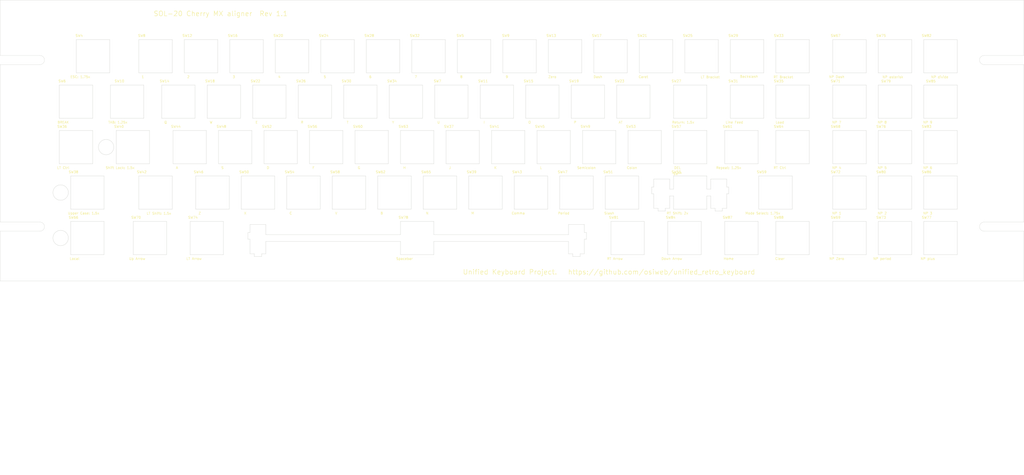
<source format=kicad_pcb>
(kicad_pcb (version 20171130) (host pcbnew "(5.1.5-0-10_14)")

  (general
    (thickness 1.6)
    (drawings 26)
    (tracks 0)
    (zones 0)
    (modules 94)
    (nets 1)
  )

  (page C)
  (title_block
    (title "Unified Retro Keyboard")
    (date 2019-08-25)
    (rev 1.1)
    (company OSIWeb.org)
    (comment 1 "Key aligner - Cherry")
  )

  (layers
    (0 F.Cu signal)
    (31 B.Cu signal)
    (32 B.Adhes user)
    (33 F.Adhes user)
    (34 B.Paste user)
    (35 F.Paste user)
    (36 B.SilkS user)
    (37 F.SilkS user)
    (38 B.Mask user)
    (39 F.Mask user)
    (40 Dwgs.User user)
    (41 Cmts.User user)
    (42 Eco1.User user)
    (43 Eco2.User user)
    (44 Edge.Cuts user)
    (45 Margin user)
    (46 B.CrtYd user)
    (47 F.CrtYd user)
    (48 B.Fab user)
    (49 F.Fab user)
  )

  (setup
    (last_trace_width 0.254)
    (user_trace_width 0.254)
    (user_trace_width 0.508)
    (user_trace_width 1.27)
    (trace_clearance 0.2)
    (zone_clearance 0.508)
    (zone_45_only no)
    (trace_min 0.2)
    (via_size 0.8128)
    (via_drill 0.4064)
    (via_min_size 0.4)
    (via_min_drill 0.3)
    (user_via 1.27 0.7112)
    (uvia_size 0.3048)
    (uvia_drill 0.1016)
    (uvias_allowed no)
    (uvia_min_size 0.2)
    (uvia_min_drill 0.1)
    (edge_width 0.05)
    (segment_width 0.2)
    (pcb_text_width 0.3)
    (pcb_text_size 1.5 1.5)
    (mod_edge_width 0.12)
    (mod_text_size 1 1)
    (mod_text_width 0.15)
    (pad_size 3.81 3.81)
    (pad_drill 3.81)
    (pad_to_mask_clearance 0)
    (aux_axis_origin 61.4172 179.1081)
    (grid_origin 76.835 223.393)
    (visible_elements 7FFFEFFF)
    (pcbplotparams
      (layerselection 0x010fc_ffffffff)
      (usegerberextensions false)
      (usegerberattributes false)
      (usegerberadvancedattributes false)
      (creategerberjobfile false)
      (excludeedgelayer true)
      (linewidth 0.100000)
      (plotframeref false)
      (viasonmask false)
      (mode 1)
      (useauxorigin false)
      (hpglpennumber 1)
      (hpglpenspeed 20)
      (hpglpendiameter 15.000000)
      (psnegative false)
      (psa4output false)
      (plotreference true)
      (plotvalue true)
      (plotinvisibletext false)
      (padsonsilk false)
      (subtractmaskfromsilk false)
      (outputformat 1)
      (mirror false)
      (drillshape 0)
      (scaleselection 1)
      (outputdirectory "outputs"))
  )

  (net 0 "")

  (net_class Default "This is the default net class."
    (clearance 0.2)
    (trace_width 0.254)
    (via_dia 0.8128)
    (via_drill 0.4064)
    (uvia_dia 0.3048)
    (uvia_drill 0.1016)
    (diff_pair_width 0.2032)
    (diff_pair_gap 0.254)
  )

  (net_class power1 ""
    (clearance 0.254)
    (trace_width 1.27)
    (via_dia 1.27)
    (via_drill 0.7112)
    (uvia_dia 0.3048)
    (uvia_drill 0.1016)
    (diff_pair_width 0.2032)
    (diff_pair_gap 0.254)
  )

  (net_class signal ""
    (clearance 0.2032)
    (trace_width 0.254)
    (via_dia 0.8128)
    (via_drill 0.4064)
    (uvia_dia 0.3048)
    (uvia_drill 0.1016)
    (diff_pair_width 0.2032)
    (diff_pair_gap 0.254)
  )

  (module unikbd:MX_2u_aligner locked (layer F.Cu) (tedit 5E8CCCF3) (tstamp 5E12D3B8)
    (at 365.75238 187.74156)
    (path /5BC3E99D/5BC6D0C2)
    (fp_text reference SW55 (at -5.7912 -8.6106) (layer F.SilkS)
      (effects (font (size 1 1) (thickness 0.15)))
    )
    (fp_text value "RT Shift: 2x" (at -5.334 8.6614) (layer F.SilkS)
      (effects (font (size 1 1) (thickness 0.15)))
    )
    (fp_line (start 6.985 1.397) (end 8.6106 1.397) (layer Edge.Cuts) (width 0.12))
    (fp_line (start 6.985 -1.397) (end 8.6106 -1.397) (layer Edge.Cuts) (width 0.12))
    (fp_line (start -8.6106 -1.397) (end -6.985 -1.397) (layer Edge.Cuts) (width 0.12))
    (fp_line (start -8.6106 1.397) (end -6.985 1.397) (layer Edge.Cuts) (width 0.12))
    (fp_text user SW** (at -5.334 -7.874) (layer F.SilkS)
      (effects (font (size 1 1) (thickness 0.15)))
    )
    (fp_text user MX_space_aligner (at -0.6096 7.9248) (layer B.Fab)
      (effects (font (size 1 1) (thickness 0.15)))
    )
    (fp_line (start 15.2654 -5.6896) (end 15.2654 -2.286) (layer Edge.Cuts) (width 0.12))
    (fp_line (start 15.2654 -2.286) (end 16.129 -2.286) (layer Edge.Cuts) (width 0.12))
    (fp_line (start 16.129 -2.286) (end 16.129 0.508) (layer Edge.Cuts) (width 0.12))
    (fp_line (start 16.129 0.508) (end 15.2654 0.508) (layer Edge.Cuts) (width 0.12))
    (fp_line (start 15.2654 0.508) (end 15.2654 6.604) (layer Edge.Cuts) (width 0.12))
    (fp_line (start 15.2654 6.604) (end 13.462 6.604) (layer Edge.Cuts) (width 0.12))
    (fp_line (start 13.462 6.604) (end 13.462 7.7724) (layer Edge.Cuts) (width 0.12))
    (fp_line (start 6.985 -6.985) (end 6.985 -1.397) (layer Edge.Cuts) (width 0.12))
    (fp_line (start 8.6106 -5.6896) (end 15.2654 -5.6896) (layer Edge.Cuts) (width 0.12))
    (fp_line (start 8.6106 -1.397) (end 8.6106 -5.6896) (layer Edge.Cuts) (width 0.12))
    (fp_line (start 13.462 7.7724) (end 10.414 7.7724) (layer Edge.Cuts) (width 0.12))
    (fp_line (start 10.414 7.7724) (end 10.414 6.604) (layer Edge.Cuts) (width 0.12))
    (fp_line (start 10.414 6.604) (end 8.6106 6.604) (layer Edge.Cuts) (width 0.12))
    (fp_line (start 8.6106 6.604) (end 8.6106 1.397) (layer Edge.Cuts) (width 0.12))
    (fp_line (start 6.985 1.397) (end 6.985 6.985) (layer Edge.Cuts) (width 0.12))
    (fp_line (start 6.985 6.985) (end -6.985 6.985) (layer Edge.Cuts) (width 0.12))
    (fp_line (start -6.985 6.985) (end -6.985 1.397) (layer Edge.Cuts) (width 0.12))
    (fp_line (start -8.6106 1.397) (end -8.6106 6.604) (layer Edge.Cuts) (width 0.12))
    (fp_line (start -8.6106 6.604) (end -10.414 6.604) (layer Edge.Cuts) (width 0.12))
    (fp_line (start -10.414 6.604) (end -10.414 7.7724) (layer Edge.Cuts) (width 0.12))
    (fp_line (start -10.414 7.7724) (end -13.462 7.7724) (layer Edge.Cuts) (width 0.12))
    (fp_line (start -13.462 7.7724) (end -13.462 6.604) (layer Edge.Cuts) (width 0.12))
    (fp_line (start -13.462 6.604) (end -15.2654 6.604) (layer Edge.Cuts) (width 0.12))
    (fp_line (start -15.2654 6.604) (end -15.2654 0.508) (layer Edge.Cuts) (width 0.12))
    (fp_line (start -15.2654 0.508) (end -16.129 0.508) (layer Edge.Cuts) (width 0.12))
    (fp_line (start -16.129 0.508) (end -16.129 -2.286) (layer Edge.Cuts) (width 0.12))
    (fp_line (start -16.129 -2.286) (end -15.2654 -2.286) (layer Edge.Cuts) (width 0.12))
    (fp_line (start -15.2654 -2.286) (end -15.2654 -5.6896) (layer Edge.Cuts) (width 0.12))
    (fp_line (start -15.2654 -5.6896) (end -8.6106 -5.6896) (layer Edge.Cuts) (width 0.12))
    (fp_line (start -8.6106 -5.6896) (end -8.6106 -1.397) (layer Edge.Cuts) (width 0.12))
    (fp_line (start -6.985 -1.397) (end -6.985 -6.985) (layer Edge.Cuts) (width 0.12))
    (fp_line (start -6.985 -6.985) (end 6.985 -6.985) (layer Edge.Cuts) (width 0.12))
  )

  (module unikbd:Key_MX_Aligner locked (layer F.Cu) (tedit 5E75767C) (tstamp 5E12D408)
    (at 401.47113 187.74156)
    (path /5BC3E99D/5BC6D0C9)
    (fp_text reference SW59 (at -5.7912 -8.6106) (layer F.SilkS)
      (effects (font (size 1 1) (thickness 0.15)))
    )
    (fp_text value "Mode Select: 1.75x" (at -5.334 8.6614) (layer F.SilkS)
      (effects (font (size 1 1) (thickness 0.15)))
    )
    (fp_line (start -6.985 -6.985) (end -6.985 6.985) (layer Edge.Cuts) (width 0.12))
    (fp_line (start 6.985 6.985) (end 6.985 -6.985) (layer Edge.Cuts) (width 0.12))
    (fp_line (start -6.985 -6.985) (end 6.985 -6.985) (layer Edge.Cuts) (width 0.12))
    (fp_line (start -6.985 6.985) (end 6.985 6.985) (layer Edge.Cuts) (width 0.12))
  )

  (module unikbd:Key_MX_Aligner locked (layer F.Cu) (tedit 5E75767C) (tstamp 5E12D458)
    (at 251.45238 168.69156)
    (path /5BC3E99D/5BC3FF70)
    (fp_text reference SW63 (at -5.7912 -8.6106) (layer F.SilkS)
      (effects (font (size 1 1) (thickness 0.15)))
    )
    (fp_text value H (at -5.334 8.6614) (layer F.SilkS)
      (effects (font (size 1 1) (thickness 0.15)))
    )
    (fp_line (start -6.985 -6.985) (end -6.985 6.985) (layer Edge.Cuts) (width 0.12))
    (fp_line (start 6.985 6.985) (end 6.985 -6.985) (layer Edge.Cuts) (width 0.12))
    (fp_line (start -6.985 -6.985) (end 6.985 -6.985) (layer Edge.Cuts) (width 0.12))
    (fp_line (start -6.985 6.985) (end 6.985 6.985) (layer Edge.Cuts) (width 0.12))
  )

  (module unikbd:Key_MX_Aligner locked (layer F.Cu) (tedit 5E75767C) (tstamp 5E12D41C)
    (at 232.40238 168.69156)
    (path /5BC3E99D/5BC3FF77)
    (fp_text reference SW60 (at -5.7912 -8.6106) (layer F.SilkS)
      (effects (font (size 1 1) (thickness 0.15)))
    )
    (fp_text value G (at -5.334 8.6614) (layer F.SilkS)
      (effects (font (size 1 1) (thickness 0.15)))
    )
    (fp_line (start -6.985 -6.985) (end -6.985 6.985) (layer Edge.Cuts) (width 0.12))
    (fp_line (start 6.985 6.985) (end 6.985 -6.985) (layer Edge.Cuts) (width 0.12))
    (fp_line (start -6.985 -6.985) (end 6.985 -6.985) (layer Edge.Cuts) (width 0.12))
    (fp_line (start -6.985 6.985) (end 6.985 6.985) (layer Edge.Cuts) (width 0.12))
  )

  (module unikbd:Key_MX_Aligner locked (layer F.Cu) (tedit 5E75767C) (tstamp 5E12D430)
    (at 387.18363 168.69156)
    (path /5BC3E99D/5BC6CD87)
    (fp_text reference SW61 (at -5.7912 -8.6106) (layer F.SilkS)
      (effects (font (size 1 1) (thickness 0.15)))
    )
    (fp_text value "Repeat: 1.25x" (at -5.334 8.6614) (layer F.SilkS)
      (effects (font (size 1 1) (thickness 0.15)))
    )
    (fp_line (start -6.985 -6.985) (end -6.985 6.985) (layer Edge.Cuts) (width 0.12))
    (fp_line (start 6.985 6.985) (end 6.985 -6.985) (layer Edge.Cuts) (width 0.12))
    (fp_line (start -6.985 -6.985) (end 6.985 -6.985) (layer Edge.Cuts) (width 0.12))
    (fp_line (start -6.985 6.985) (end 6.985 6.985) (layer Edge.Cuts) (width 0.12))
  )

  (module unikbd:Key_MX_Aligner locked (layer F.Cu) (tedit 5E75767C) (tstamp 5E12D3CC)
    (at 213.35238 168.69156)
    (path /5BC3E99D/5BC3FF69)
    (fp_text reference SW56 (at -5.7912 -8.6106) (layer F.SilkS)
      (effects (font (size 1 1) (thickness 0.15)))
    )
    (fp_text value F (at -5.334 8.6614) (layer F.SilkS)
      (effects (font (size 1 1) (thickness 0.15)))
    )
    (fp_line (start -6.985 -6.985) (end -6.985 6.985) (layer Edge.Cuts) (width 0.12))
    (fp_line (start 6.985 6.985) (end 6.985 -6.985) (layer Edge.Cuts) (width 0.12))
    (fp_line (start -6.985 -6.985) (end 6.985 -6.985) (layer Edge.Cuts) (width 0.12))
    (fp_line (start -6.985 6.985) (end 6.985 6.985) (layer Edge.Cuts) (width 0.12))
  )

  (module unikbd:Key_MX_Aligner locked (layer F.Cu) (tedit 5E75767C) (tstamp 5E12D46C)
    (at 408.61488 168.69156)
    (path /5BC3E99D/5BC6CD80)
    (fp_text reference SW64 (at -5.7912 -8.6106) (layer F.SilkS)
      (effects (font (size 1 1) (thickness 0.15)))
    )
    (fp_text value "RT Ctrl" (at -5.334 8.6614) (layer F.SilkS)
      (effects (font (size 1 1) (thickness 0.15)))
    )
    (fp_line (start -6.985 -6.985) (end -6.985 6.985) (layer Edge.Cuts) (width 0.12))
    (fp_line (start 6.985 6.985) (end 6.985 -6.985) (layer Edge.Cuts) (width 0.12))
    (fp_line (start -6.985 -6.985) (end 6.985 -6.985) (layer Edge.Cuts) (width 0.12))
    (fp_line (start -6.985 6.985) (end 6.985 6.985) (layer Edge.Cuts) (width 0.12))
  )

  (module unikbd:Key_MX_Aligner locked (layer F.Cu) (tedit 5E75767C) (tstamp 5E12D250)
    (at 270.50238 168.69156)
    (path /5BC3E99D/5E1BE11F)
    (fp_text reference SW37 (at -5.7912 -8.6106) (layer F.SilkS)
      (effects (font (size 1 1) (thickness 0.15)))
    )
    (fp_text value J (at -5.334 8.6614) (layer F.SilkS)
      (effects (font (size 1 1) (thickness 0.15)))
    )
    (fp_line (start -6.985 -6.985) (end -6.985 6.985) (layer Edge.Cuts) (width 0.12))
    (fp_line (start 6.985 6.985) (end 6.985 -6.985) (layer Edge.Cuts) (width 0.12))
    (fp_line (start -6.985 -6.985) (end 6.985 -6.985) (layer Edge.Cuts) (width 0.12))
    (fp_line (start -6.985 6.985) (end 6.985 6.985) (layer Edge.Cuts) (width 0.12))
  )

  (module unikbd:Key_MX_Aligner locked (layer F.Cu) (tedit 5E75767C) (tstamp 5E12D55C)
    (at 451.47738 168.69156)
    (path /5E16AC8E/5E1BE10C)
    (fp_text reference SW76 (at -5.7912 -8.6106) (layer F.SilkS)
      (effects (font (size 1 1) (thickness 0.15)))
    )
    (fp_text value "NP 5" (at -5.334 8.6614) (layer F.SilkS)
      (effects (font (size 1 1) (thickness 0.15)))
    )
    (fp_line (start -6.985 -6.985) (end -6.985 6.985) (layer Edge.Cuts) (width 0.12))
    (fp_line (start 6.985 6.985) (end 6.985 -6.985) (layer Edge.Cuts) (width 0.12))
    (fp_line (start -6.985 -6.985) (end 6.985 -6.985) (layer Edge.Cuts) (width 0.12))
    (fp_line (start -6.985 6.985) (end 6.985 6.985) (layer Edge.Cuts) (width 0.12))
  )

  (module unikbd:Key_MX_Aligner locked (layer F.Cu) (tedit 5E75767C) (tstamp 5E12D28C)
    (at 132.38988 168.69156)
    (path /5BC3E99D/5BC3FD26)
    (fp_text reference SW40 (at -5.7912 -8.6106) (layer F.SilkS)
      (effects (font (size 1 1) (thickness 0.15)))
    )
    (fp_text value "Shift Lock: 1.5x" (at -5.334 8.6614) (layer F.SilkS)
      (effects (font (size 1 1) (thickness 0.15)))
    )
    (fp_line (start -6.985 -6.985) (end -6.985 6.985) (layer Edge.Cuts) (width 0.12))
    (fp_line (start 6.985 6.985) (end 6.985 -6.985) (layer Edge.Cuts) (width 0.12))
    (fp_line (start -6.985 -6.985) (end 6.985 -6.985) (layer Edge.Cuts) (width 0.12))
    (fp_line (start -6.985 6.985) (end 6.985 6.985) (layer Edge.Cuts) (width 0.12))
  )

  (module unikbd:Key_MX_Aligner locked (layer F.Cu) (tedit 5E75767C) (tstamp 5E12D2A0)
    (at 289.55238 168.69156)
    (path /5BC3E99D/5BC6CD5D)
    (fp_text reference SW41 (at -5.7912 -8.6106) (layer F.SilkS)
      (effects (font (size 1 1) (thickness 0.15)))
    )
    (fp_text value K (at -5.334 8.6614) (layer F.SilkS)
      (effects (font (size 1 1) (thickness 0.15)))
    )
    (fp_line (start -6.985 -6.985) (end -6.985 6.985) (layer Edge.Cuts) (width 0.12))
    (fp_line (start 6.985 6.985) (end 6.985 -6.985) (layer Edge.Cuts) (width 0.12))
    (fp_line (start -6.985 -6.985) (end 6.985 -6.985) (layer Edge.Cuts) (width 0.12))
    (fp_line (start -6.985 6.985) (end 6.985 6.985) (layer Edge.Cuts) (width 0.12))
  )

  (module unikbd:Key_MX_Aligner locked (layer F.Cu) (tedit 5E75767C) (tstamp 5E12D2DC)
    (at 156.20238 168.69156)
    (path /5BC3E99D/5BC3FE57)
    (fp_text reference SW44 (at -5.7912 -8.6106) (layer F.SilkS)
      (effects (font (size 1 1) (thickness 0.15)))
    )
    (fp_text value A (at -5.334 8.6614) (layer F.SilkS)
      (effects (font (size 1 1) (thickness 0.15)))
    )
    (fp_line (start -6.985 -6.985) (end -6.985 6.985) (layer Edge.Cuts) (width 0.12))
    (fp_line (start 6.985 6.985) (end 6.985 -6.985) (layer Edge.Cuts) (width 0.12))
    (fp_line (start -6.985 -6.985) (end 6.985 -6.985) (layer Edge.Cuts) (width 0.12))
    (fp_line (start -6.985 6.985) (end 6.985 6.985) (layer Edge.Cuts) (width 0.12))
  )

  (module unikbd:Key_MX_Aligner locked (layer F.Cu) (tedit 5E75767C) (tstamp 5E12D2F0)
    (at 308.60238 168.69156)
    (path /5BC3E99D/5BC6CD6B)
    (fp_text reference SW45 (at -5.7912 -8.6106) (layer F.SilkS)
      (effects (font (size 1 1) (thickness 0.15)))
    )
    (fp_text value L (at -5.334 8.6614) (layer F.SilkS)
      (effects (font (size 1 1) (thickness 0.15)))
    )
    (fp_line (start -6.985 -6.985) (end -6.985 6.985) (layer Edge.Cuts) (width 0.12))
    (fp_line (start 6.985 6.985) (end 6.985 -6.985) (layer Edge.Cuts) (width 0.12))
    (fp_line (start -6.985 -6.985) (end 6.985 -6.985) (layer Edge.Cuts) (width 0.12))
    (fp_line (start -6.985 6.985) (end 6.985 6.985) (layer Edge.Cuts) (width 0.12))
  )

  (module unikbd:Key_MX_Aligner locked (layer F.Cu) (tedit 5E75767C) (tstamp 5E12D32C)
    (at 175.25238 168.69156)
    (path /5BC3E99D/5E1BE11D)
    (fp_text reference SW48 (at -5.7912 -8.6106) (layer F.SilkS)
      (effects (font (size 1 1) (thickness 0.15)))
    )
    (fp_text value S (at -5.334 8.6614) (layer F.SilkS)
      (effects (font (size 1 1) (thickness 0.15)))
    )
    (fp_line (start -6.985 -6.985) (end -6.985 6.985) (layer Edge.Cuts) (width 0.12))
    (fp_line (start 6.985 6.985) (end 6.985 -6.985) (layer Edge.Cuts) (width 0.12))
    (fp_line (start -6.985 -6.985) (end 6.985 -6.985) (layer Edge.Cuts) (width 0.12))
    (fp_line (start -6.985 6.985) (end 6.985 6.985) (layer Edge.Cuts) (width 0.12))
  )

  (module unikbd:Key_MX_Aligner locked (layer F.Cu) (tedit 5E75767C) (tstamp 5E12D340)
    (at 327.65238 168.69156)
    (path /5BC3E99D/5BC6CD64)
    (fp_text reference SW49 (at -5.7912 -8.6106) (layer F.SilkS)
      (effects (font (size 1 1) (thickness 0.15)))
    )
    (fp_text value Semicolon (at -5.334 8.6614) (layer F.SilkS)
      (effects (font (size 1 1) (thickness 0.15)))
    )
    (fp_line (start -6.985 -6.985) (end -6.985 6.985) (layer Edge.Cuts) (width 0.12))
    (fp_line (start 6.985 6.985) (end 6.985 -6.985) (layer Edge.Cuts) (width 0.12))
    (fp_line (start -6.985 -6.985) (end 6.985 -6.985) (layer Edge.Cuts) (width 0.12))
    (fp_line (start -6.985 6.985) (end 6.985 6.985) (layer Edge.Cuts) (width 0.12))
  )

  (module unikbd:Key_MX_Aligner locked (layer F.Cu) (tedit 5E75767C) (tstamp 5E12D37C)
    (at 194.30238 168.69156)
    (path /5BC3E99D/5E0AC938)
    (fp_text reference SW52 (at -5.7912 -8.6106) (layer F.SilkS)
      (effects (font (size 1 1) (thickness 0.15)))
    )
    (fp_text value D (at -5.334 8.6614) (layer F.SilkS)
      (effects (font (size 1 1) (thickness 0.15)))
    )
    (fp_line (start -6.985 -6.985) (end -6.985 6.985) (layer Edge.Cuts) (width 0.12))
    (fp_line (start 6.985 6.985) (end 6.985 -6.985) (layer Edge.Cuts) (width 0.12))
    (fp_line (start -6.985 -6.985) (end 6.985 -6.985) (layer Edge.Cuts) (width 0.12))
    (fp_line (start -6.985 6.985) (end 6.985 6.985) (layer Edge.Cuts) (width 0.12))
  )

  (module unikbd:Key_MX_Aligner locked (layer F.Cu) (tedit 5E75767C) (tstamp 5E12D390)
    (at 346.70238 168.69156)
    (path /5BC3E99D/5BC6CD72)
    (fp_text reference SW53 (at -5.7912 -8.6106) (layer F.SilkS)
      (effects (font (size 1 1) (thickness 0.15)))
    )
    (fp_text value Colon (at -5.334 8.6614) (layer F.SilkS)
      (effects (font (size 1 1) (thickness 0.15)))
    )
    (fp_line (start -6.985 -6.985) (end -6.985 6.985) (layer Edge.Cuts) (width 0.12))
    (fp_line (start 6.985 6.985) (end 6.985 -6.985) (layer Edge.Cuts) (width 0.12))
    (fp_line (start -6.985 -6.985) (end 6.985 -6.985) (layer Edge.Cuts) (width 0.12))
    (fp_line (start -6.985 6.985) (end 6.985 6.985) (layer Edge.Cuts) (width 0.12))
  )

  (module unikbd:Key_MX_Aligner locked (layer F.Cu) (tedit 5E75767C) (tstamp 5E12D4BC)
    (at 432.42738 168.69156)
    (path /5E16AC8E/5E1BE109)
    (fp_text reference SW68 (at -5.7912 -8.6106) (layer F.SilkS)
      (effects (font (size 1 1) (thickness 0.15)))
    )
    (fp_text value "NP 4" (at -5.334 8.6614) (layer F.SilkS)
      (effects (font (size 1 1) (thickness 0.15)))
    )
    (fp_line (start -6.985 -6.985) (end -6.985 6.985) (layer Edge.Cuts) (width 0.12))
    (fp_line (start 6.985 6.985) (end 6.985 -6.985) (layer Edge.Cuts) (width 0.12))
    (fp_line (start -6.985 -6.985) (end 6.985 -6.985) (layer Edge.Cuts) (width 0.12))
    (fp_line (start -6.985 6.985) (end 6.985 6.985) (layer Edge.Cuts) (width 0.12))
  )

  (module unikbd:Key_MX_Aligner locked (layer F.Cu) (tedit 5E75767C) (tstamp 5E12D5E8)
    (at 470.52738 168.69156)
    (path /5E16AC8E/5E1BE10D)
    (fp_text reference SW83 (at -5.7912 -8.6106) (layer F.SilkS)
      (effects (font (size 1 1) (thickness 0.15)))
    )
    (fp_text value "NP 6" (at -5.334 8.6614) (layer F.SilkS)
      (effects (font (size 1 1) (thickness 0.15)))
    )
    (fp_line (start -6.985 -6.985) (end -6.985 6.985) (layer Edge.Cuts) (width 0.12))
    (fp_line (start 6.985 6.985) (end 6.985 -6.985) (layer Edge.Cuts) (width 0.12))
    (fp_line (start -6.985 -6.985) (end 6.985 -6.985) (layer Edge.Cuts) (width 0.12))
    (fp_line (start -6.985 6.985) (end 6.985 6.985) (layer Edge.Cuts) (width 0.12))
  )

  (module unikbd:Key_MX_Aligner locked (layer F.Cu) (tedit 5E75767C) (tstamp 5E12D3E0)
    (at 365.75238 168.69156)
    (path /5BC3E99D/5BC6CD79)
    (fp_text reference SW57 (at -5.7912 -8.6106) (layer F.SilkS)
      (effects (font (size 1 1) (thickness 0.15)))
    )
    (fp_text value DEL (at -5.334 8.6614) (layer F.SilkS)
      (effects (font (size 1 1) (thickness 0.15)))
    )
    (fp_line (start -6.985 -6.985) (end -6.985 6.985) (layer Edge.Cuts) (width 0.12))
    (fp_line (start 6.985 6.985) (end 6.985 -6.985) (layer Edge.Cuts) (width 0.12))
    (fp_line (start -6.985 -6.985) (end 6.985 -6.985) (layer Edge.Cuts) (width 0.12))
    (fp_line (start -6.985 6.985) (end 6.985 6.985) (layer Edge.Cuts) (width 0.12))
  )

  (module unikbd:Key_MX_Aligner locked (layer F.Cu) (tedit 5E75767C) (tstamp 5E12D3A4)
    (at 203.82738 187.74156)
    (path /5BC3E99D/5BC6CEF2)
    (fp_text reference SW54 (at -5.7912 -8.6106) (layer F.SilkS)
      (effects (font (size 1 1) (thickness 0.15)))
    )
    (fp_text value C (at -5.334 8.6614) (layer F.SilkS)
      (effects (font (size 1 1) (thickness 0.15)))
    )
    (fp_line (start -6.985 -6.985) (end -6.985 6.985) (layer Edge.Cuts) (width 0.12))
    (fp_line (start 6.985 6.985) (end 6.985 -6.985) (layer Edge.Cuts) (width 0.12))
    (fp_line (start -6.985 -6.985) (end 6.985 -6.985) (layer Edge.Cuts) (width 0.12))
    (fp_line (start -6.985 6.985) (end 6.985 6.985) (layer Edge.Cuts) (width 0.12))
  )

  (module unikbd:Key_MX_Aligner locked (layer F.Cu) (tedit 5E75767C) (tstamp 5E6EC726)
    (at 163.34613 206.79156)
    (path /5E16AC8E/5E1BE0F6)
    (fp_text reference SW74 (at -5.7912 -8.6106) (layer F.SilkS)
      (effects (font (size 1 1) (thickness 0.15)))
    )
    (fp_text value "LT Arrow" (at -5.334 8.6614) (layer F.SilkS)
      (effects (font (size 1 1) (thickness 0.15)))
    )
    (fp_line (start -6.985 -6.985) (end -6.985 6.985) (layer Edge.Cuts) (width 0.12))
    (fp_line (start 6.985 6.985) (end 6.985 -6.985) (layer Edge.Cuts) (width 0.12))
    (fp_line (start -6.985 -6.985) (end 6.985 -6.985) (layer Edge.Cuts) (width 0.12))
    (fp_line (start -6.985 6.985) (end 6.985 6.985) (layer Edge.Cuts) (width 0.12))
  )

  (module unikbd:Key_MX_Aligner locked (layer F.Cu) (tedit 5E75767C) (tstamp 5E120789)
    (at 470.52738 149.64156)
    (path /5E16AC8E/5E1BE103)
    (fp_text reference SW85 (at -4.03098 -8.56996) (layer F.SilkS)
      (effects (font (size 1 1) (thickness 0.15)))
    )
    (fp_text value "NP 9" (at -5.334 8.6614) (layer F.SilkS)
      (effects (font (size 1 1) (thickness 0.15)))
    )
    (fp_line (start -6.985 -6.985) (end -6.985 6.985) (layer Edge.Cuts) (width 0.12))
    (fp_line (start 6.985 6.985) (end 6.985 -6.985) (layer Edge.Cuts) (width 0.12))
    (fp_line (start -6.985 -6.985) (end 6.985 -6.985) (layer Edge.Cuts) (width 0.12))
    (fp_line (start -6.985 6.985) (end 6.985 6.985) (layer Edge.Cuts) (width 0.12))
  )

  (module unikbd:Key_MX_Aligner locked (layer F.Cu) (tedit 5E75767C) (tstamp 5E12D1C4)
    (at 227.63988 149.64156)
    (path /5BC3EA0A/5BCAF420)
    (fp_text reference SW30 (at -5.7912 -8.6106) (layer F.SilkS)
      (effects (font (size 1 1) (thickness 0.15)))
    )
    (fp_text value T (at -5.334 8.6614) (layer F.SilkS)
      (effects (font (size 1 1) (thickness 0.15)))
    )
    (fp_line (start -6.985 -6.985) (end -6.985 6.985) (layer Edge.Cuts) (width 0.12))
    (fp_line (start 6.985 6.985) (end 6.985 -6.985) (layer Edge.Cuts) (width 0.12))
    (fp_line (start -6.985 -6.985) (end 6.985 -6.985) (layer Edge.Cuts) (width 0.12))
    (fp_line (start -6.985 6.985) (end 6.985 6.985) (layer Edge.Cuts) (width 0.12))
  )

  (module unikbd:Key_MX_Aligner locked (layer F.Cu) (tedit 5E75767C) (tstamp 5E12D64C)
    (at 408.61488 206.79156)
    (path /5E16AC8E/5E1BE0F8)
    (fp_text reference SW88 (at -5.7912 -8.6106) (layer F.SilkS)
      (effects (font (size 1 1) (thickness 0.15)))
    )
    (fp_text value Clear (at -5.334 8.6614) (layer F.SilkS)
      (effects (font (size 1 1) (thickness 0.15)))
    )
    (fp_line (start -6.985 -6.985) (end -6.985 6.985) (layer Edge.Cuts) (width 0.12))
    (fp_line (start 6.985 6.985) (end 6.985 -6.985) (layer Edge.Cuts) (width 0.12))
    (fp_line (start -6.985 -6.985) (end 6.985 -6.985) (layer Edge.Cuts) (width 0.12))
    (fp_line (start -6.985 6.985) (end 6.985 6.985) (layer Edge.Cuts) (width 0.12))
  )

  (module unikbd:Key_MX_Aligner locked (layer F.Cu) (tedit 5E75767C) (tstamp 5E12D638)
    (at 387.18363 206.79156)
    (path /5E16AC8E/5E1BE0F9)
    (fp_text reference SW87 (at -5.7912 -8.6106) (layer F.SilkS)
      (effects (font (size 1 1) (thickness 0.15)))
    )
    (fp_text value Home (at -5.334 8.6614) (layer F.SilkS)
      (effects (font (size 1 1) (thickness 0.15)))
    )
    (fp_line (start -6.985 -6.985) (end -6.985 6.985) (layer Edge.Cuts) (width 0.12))
    (fp_line (start 6.985 6.985) (end 6.985 -6.985) (layer Edge.Cuts) (width 0.12))
    (fp_line (start -6.985 -6.985) (end 6.985 -6.985) (layer Edge.Cuts) (width 0.12))
    (fp_line (start -6.985 6.985) (end 6.985 6.985) (layer Edge.Cuts) (width 0.12))
  )

  (module unikbd:Key_MX_Aligner locked (layer F.Cu) (tedit 5E75767C) (tstamp 5E12D624)
    (at 470.52738 187.74156)
    (path /5E16AC8E/5E1BE10E)
    (fp_text reference SW86 (at -5.7912 -8.6106) (layer F.SilkS)
      (effects (font (size 1 1) (thickness 0.15)))
    )
    (fp_text value "NP 3" (at -5.334 8.6614) (layer F.SilkS)
      (effects (font (size 1 1) (thickness 0.15)))
    )
    (fp_line (start -6.985 -6.985) (end -6.985 6.985) (layer Edge.Cuts) (width 0.12))
    (fp_line (start 6.985 6.985) (end 6.985 -6.985) (layer Edge.Cuts) (width 0.12))
    (fp_line (start -6.985 -6.985) (end 6.985 -6.985) (layer Edge.Cuts) (width 0.12))
    (fp_line (start -6.985 6.985) (end 6.985 6.985) (layer Edge.Cuts) (width 0.12))
  )

  (module unikbd:Key_MX_Aligner locked (layer F.Cu) (tedit 5E75767C) (tstamp 5E12D5FC)
    (at 363.37113 206.79156)
    (path /5E16AC8E/5E1BE0F7)
    (fp_text reference SW84 (at -5.7912 -8.6106) (layer F.SilkS)
      (effects (font (size 1 1) (thickness 0.15)))
    )
    (fp_text value "Down Arrow" (at -5.334 8.6614) (layer F.SilkS)
      (effects (font (size 1 1) (thickness 0.15)))
    )
    (fp_line (start -6.985 -6.985) (end -6.985 6.985) (layer Edge.Cuts) (width 0.12))
    (fp_line (start 6.985 6.985) (end 6.985 -6.985) (layer Edge.Cuts) (width 0.12))
    (fp_line (start -6.985 -6.985) (end 6.985 -6.985) (layer Edge.Cuts) (width 0.12))
    (fp_line (start -6.985 6.985) (end 6.985 6.985) (layer Edge.Cuts) (width 0.12))
  )

  (module unikbd:Key_MX_Aligner locked (layer F.Cu) (tedit 5E75767C) (tstamp 5E12D5D4)
    (at 470.52738 130.59156)
    (path /5E16AC8E/5E1BE102)
    (fp_text reference SW82 (at -5.7912 -8.6106) (layer F.SilkS)
      (effects (font (size 1 1) (thickness 0.15)))
    )
    (fp_text value "NP divide" (at -0.29718 8.72744) (layer F.SilkS)
      (effects (font (size 1 1) (thickness 0.15)))
    )
    (fp_line (start -6.985 -6.985) (end -6.985 6.985) (layer Edge.Cuts) (width 0.12))
    (fp_line (start 6.985 6.985) (end 6.985 -6.985) (layer Edge.Cuts) (width 0.12))
    (fp_line (start -6.985 -6.985) (end 6.985 -6.985) (layer Edge.Cuts) (width 0.12))
    (fp_line (start -6.985 6.985) (end 6.985 6.985) (layer Edge.Cuts) (width 0.12))
  )

  (module unikbd:Key_MX_Aligner locked (layer F.Cu) (tedit 5E75767C) (tstamp 5E10B4C4)
    (at 339.55863 206.79156)
    (path /5E16AC8E/5E1BE119)
    (fp_text reference SW81 (at -5.7912 -8.6106) (layer F.SilkS)
      (effects (font (size 1 1) (thickness 0.15)))
    )
    (fp_text value "RT Arrow" (at -5.334 8.6614) (layer F.SilkS)
      (effects (font (size 1 1) (thickness 0.15)))
    )
    (fp_line (start -6.985 -6.985) (end -6.985 6.985) (layer Edge.Cuts) (width 0.12))
    (fp_line (start 6.985 6.985) (end 6.985 -6.985) (layer Edge.Cuts) (width 0.12))
    (fp_line (start -6.985 -6.985) (end 6.985 -6.985) (layer Edge.Cuts) (width 0.12))
    (fp_line (start -6.985 6.985) (end 6.985 6.985) (layer Edge.Cuts) (width 0.12))
  )

  (module unikbd:Key_MX_Aligner locked (layer F.Cu) (tedit 5E75767C) (tstamp 5E12D5AC)
    (at 451.47738 187.74156)
    (path /5E16AC8E/5E1BE10B)
    (fp_text reference SW80 (at -5.7912 -8.6106) (layer F.SilkS)
      (effects (font (size 1 1) (thickness 0.15)))
    )
    (fp_text value "NP 2" (at -5.334 8.6614) (layer F.SilkS)
      (effects (font (size 1 1) (thickness 0.15)))
    )
    (fp_line (start -6.985 -6.985) (end -6.985 6.985) (layer Edge.Cuts) (width 0.12))
    (fp_line (start 6.985 6.985) (end 6.985 -6.985) (layer Edge.Cuts) (width 0.12))
    (fp_line (start -6.985 -6.985) (end 6.985 -6.985) (layer Edge.Cuts) (width 0.12))
    (fp_line (start -6.985 6.985) (end 6.985 6.985) (layer Edge.Cuts) (width 0.12))
  )

  (module unikbd:Key_MX_Aligner locked (layer F.Cu) (tedit 5E75767C) (tstamp 5E12D598)
    (at 451.47738 149.64156)
    (path /5E16AC8E/5E1BE100)
    (fp_text reference SW79 (at -3.75158 -8.56996) (layer F.SilkS)
      (effects (font (size 1 1) (thickness 0.15)))
    )
    (fp_text value "NP 8" (at -5.334 8.6614) (layer F.SilkS)
      (effects (font (size 1 1) (thickness 0.15)))
    )
    (fp_line (start -6.985 -6.985) (end -6.985 6.985) (layer Edge.Cuts) (width 0.12))
    (fp_line (start 6.985 6.985) (end 6.985 -6.985) (layer Edge.Cuts) (width 0.12))
    (fp_line (start -6.985 -6.985) (end 6.985 -6.985) (layer Edge.Cuts) (width 0.12))
    (fp_line (start -6.985 6.985) (end 6.985 6.985) (layer Edge.Cuts) (width 0.12))
  )

  (module unikbd:Key_MX_Aligner locked (layer F.Cu) (tedit 5E75767C) (tstamp 5E12D570)
    (at 470.52738 206.79156)
    (path /5E16AC8E/5E1BE116)
    (fp_text reference SW77 (at -5.7912 -8.6106) (layer F.SilkS)
      (effects (font (size 1 1) (thickness 0.15)))
    )
    (fp_text value "NP plus" (at -5.334 8.6614) (layer F.SilkS)
      (effects (font (size 1 1) (thickness 0.15)))
    )
    (fp_line (start -6.985 -6.985) (end -6.985 6.985) (layer Edge.Cuts) (width 0.12))
    (fp_line (start 6.985 6.985) (end 6.985 -6.985) (layer Edge.Cuts) (width 0.12))
    (fp_line (start -6.985 -6.985) (end 6.985 -6.985) (layer Edge.Cuts) (width 0.12))
    (fp_line (start -6.985 6.985) (end 6.985 6.985) (layer Edge.Cuts) (width 0.12))
  )

  (module unikbd:Key_MX_Aligner locked (layer F.Cu) (tedit 5E75767C) (tstamp 5E114E20)
    (at 451.47738 130.59156)
    (path /5E16AC8E/5E1BE101)
    (fp_text reference SW75 (at -5.7912 -8.6106) (layer F.SilkS)
      (effects (font (size 1 1) (thickness 0.15)))
    )
    (fp_text value "NP asterisk" (at -0.88138 8.72744) (layer F.SilkS)
      (effects (font (size 1 1) (thickness 0.15)))
    )
    (fp_line (start -6.985 -6.985) (end -6.985 6.985) (layer Edge.Cuts) (width 0.12))
    (fp_line (start 6.985 6.985) (end 6.985 -6.985) (layer Edge.Cuts) (width 0.12))
    (fp_line (start -6.985 -6.985) (end 6.985 -6.985) (layer Edge.Cuts) (width 0.12))
    (fp_line (start -6.985 6.985) (end 6.985 6.985) (layer Edge.Cuts) (width 0.12))
  )

  (module unikbd:Key_MX_Aligner locked (layer F.Cu) (tedit 5E75767C) (tstamp 5E12D520)
    (at 451.47738 206.79156)
    (path /5E16AC8E/5BC6D0AD)
    (fp_text reference SW73 (at -5.7912 -8.6106) (layer F.SilkS)
      (effects (font (size 1 1) (thickness 0.15)))
    )
    (fp_text value "NP period" (at -5.334 8.6614) (layer F.SilkS)
      (effects (font (size 1 1) (thickness 0.15)))
    )
    (fp_line (start -6.985 -6.985) (end -6.985 6.985) (layer Edge.Cuts) (width 0.12))
    (fp_line (start 6.985 6.985) (end 6.985 -6.985) (layer Edge.Cuts) (width 0.12))
    (fp_line (start -6.985 -6.985) (end 6.985 -6.985) (layer Edge.Cuts) (width 0.12))
    (fp_line (start -6.985 6.985) (end 6.985 6.985) (layer Edge.Cuts) (width 0.12))
  )

  (module unikbd:Key_MX_Aligner locked (layer F.Cu) (tedit 5E75767C) (tstamp 5E12D50C)
    (at 432.42738 187.74156)
    (path /5E16AC8E/5E1BE10A)
    (fp_text reference SW72 (at -5.7912 -8.6106) (layer F.SilkS)
      (effects (font (size 1 1) (thickness 0.15)))
    )
    (fp_text value "NP 1" (at -5.334 8.6614) (layer F.SilkS)
      (effects (font (size 1 1) (thickness 0.15)))
    )
    (fp_line (start -6.985 -6.985) (end -6.985 6.985) (layer Edge.Cuts) (width 0.12))
    (fp_line (start 6.985 6.985) (end 6.985 -6.985) (layer Edge.Cuts) (width 0.12))
    (fp_line (start -6.985 -6.985) (end 6.985 -6.985) (layer Edge.Cuts) (width 0.12))
    (fp_line (start -6.985 6.985) (end 6.985 6.985) (layer Edge.Cuts) (width 0.12))
  )

  (module unikbd:Key_MX_Aligner locked (layer F.Cu) (tedit 5E75767C) (tstamp 5E12D4F8)
    (at 432.42738 149.64156)
    (path /5E16AC8E/5E1BE0FF)
    (fp_text reference SW71 (at -5.7912 -8.6106) (layer F.SilkS)
      (effects (font (size 1 1) (thickness 0.15)))
    )
    (fp_text value "NP 7" (at -5.334 8.6614) (layer F.SilkS)
      (effects (font (size 1 1) (thickness 0.15)))
    )
    (fp_line (start -6.985 -6.985) (end -6.985 6.985) (layer Edge.Cuts) (width 0.12))
    (fp_line (start 6.985 6.985) (end 6.985 -6.985) (layer Edge.Cuts) (width 0.12))
    (fp_line (start -6.985 -6.985) (end 6.985 -6.985) (layer Edge.Cuts) (width 0.12))
    (fp_line (start -6.985 6.985) (end 6.985 6.985) (layer Edge.Cuts) (width 0.12))
  )

  (module unikbd:Key_MX_Aligner locked (layer F.Cu) (tedit 5E75767C) (tstamp 5E12D4E4)
    (at 139.53363 206.79156)
    (path /5E16AC8E/5E1BE0F5)
    (fp_text reference SW70 (at -5.7912 -8.6106) (layer F.SilkS)
      (effects (font (size 1 1) (thickness 0.15)))
    )
    (fp_text value "Up Arrow" (at -5.334 8.6614) (layer F.SilkS)
      (effects (font (size 1 1) (thickness 0.15)))
    )
    (fp_line (start -6.985 -6.985) (end -6.985 6.985) (layer Edge.Cuts) (width 0.12))
    (fp_line (start 6.985 6.985) (end 6.985 -6.985) (layer Edge.Cuts) (width 0.12))
    (fp_line (start -6.985 -6.985) (end 6.985 -6.985) (layer Edge.Cuts) (width 0.12))
    (fp_line (start -6.985 6.985) (end 6.985 6.985) (layer Edge.Cuts) (width 0.12))
  )

  (module unikbd:Key_MX_Aligner locked (layer F.Cu) (tedit 5E75767C) (tstamp 5E12D4D0)
    (at 432.42738 206.79156)
    (path /5E16AC8E/5E149AE2)
    (fp_text reference SW69 (at -5.7912 -8.6106) (layer F.SilkS)
      (effects (font (size 1 1) (thickness 0.15)))
    )
    (fp_text value "NP Zero" (at -5.334 8.6614) (layer F.SilkS)
      (effects (font (size 1 1) (thickness 0.15)))
    )
    (fp_line (start -6.985 -6.985) (end -6.985 6.985) (layer Edge.Cuts) (width 0.12))
    (fp_line (start 6.985 6.985) (end 6.985 -6.985) (layer Edge.Cuts) (width 0.12))
    (fp_line (start -6.985 -6.985) (end 6.985 -6.985) (layer Edge.Cuts) (width 0.12))
    (fp_line (start -6.985 6.985) (end 6.985 6.985) (layer Edge.Cuts) (width 0.12))
  )

  (module unikbd:Key_MX_Aligner locked (layer F.Cu) (tedit 5E75767C) (tstamp 5E12D4A8)
    (at 432.42738 130.59156)
    (path /5E16AC8E/5E13E76B)
    (fp_text reference SW67 (at -5.7912 -8.6106) (layer F.SilkS)
      (effects (font (size 1 1) (thickness 0.15)))
    )
    (fp_text value "NP Dash" (at -5.334 8.6614) (layer F.SilkS)
      (effects (font (size 1 1) (thickness 0.15)))
    )
    (fp_line (start -6.985 -6.985) (end -6.985 6.985) (layer Edge.Cuts) (width 0.12))
    (fp_line (start 6.985 6.985) (end 6.985 -6.985) (layer Edge.Cuts) (width 0.12))
    (fp_line (start -6.985 -6.985) (end 6.985 -6.985) (layer Edge.Cuts) (width 0.12))
    (fp_line (start -6.985 6.985) (end 6.985 6.985) (layer Edge.Cuts) (width 0.12))
  )

  (module unikbd:Key_MX_Aligner locked (layer F.Cu) (tedit 5E75767C) (tstamp 5E12D494)
    (at 113.33988 206.79156)
    (path /5E16AC8E/5E12EFC1)
    (fp_text reference SW66 (at -5.7912 -8.6106) (layer F.SilkS)
      (effects (font (size 1 1) (thickness 0.15)))
    )
    (fp_text value Local (at -5.334 8.6614) (layer F.SilkS)
      (effects (font (size 1 1) (thickness 0.15)))
    )
    (fp_line (start -6.985 -6.985) (end -6.985 6.985) (layer Edge.Cuts) (width 0.12))
    (fp_line (start 6.985 6.985) (end 6.985 -6.985) (layer Edge.Cuts) (width 0.12))
    (fp_line (start -6.985 -6.985) (end 6.985 -6.985) (layer Edge.Cuts) (width 0.12))
    (fp_line (start -6.985 6.985) (end 6.985 6.985) (layer Edge.Cuts) (width 0.12))
  )

  (module unikbd:Key_MX_Aligner locked (layer F.Cu) (tedit 5E75767C) (tstamp 5E12D480)
    (at 260.97738 187.74156)
    (path /5BC3E99D/5BC6CF00)
    (fp_text reference SW65 (at -5.7912 -8.6106) (layer F.SilkS)
      (effects (font (size 1 1) (thickness 0.15)))
    )
    (fp_text value N (at -5.334 8.6614) (layer F.SilkS)
      (effects (font (size 1 1) (thickness 0.15)))
    )
    (fp_line (start -6.985 -6.985) (end -6.985 6.985) (layer Edge.Cuts) (width 0.12))
    (fp_line (start 6.985 6.985) (end 6.985 -6.985) (layer Edge.Cuts) (width 0.12))
    (fp_line (start -6.985 -6.985) (end 6.985 -6.985) (layer Edge.Cuts) (width 0.12))
    (fp_line (start -6.985 6.985) (end 6.985 6.985) (layer Edge.Cuts) (width 0.12))
  )

  (module unikbd:Key_MX_Aligner locked (layer F.Cu) (tedit 5E75767C) (tstamp 5E12D444)
    (at 241.92738 187.74156)
    (path /5BC3E99D/5BC6CF07)
    (fp_text reference SW62 (at -5.7912 -8.6106) (layer F.SilkS)
      (effects (font (size 1 1) (thickness 0.15)))
    )
    (fp_text value B (at -5.334 8.6614) (layer F.SilkS)
      (effects (font (size 1 1) (thickness 0.15)))
    )
    (fp_line (start -6.985 -6.985) (end -6.985 6.985) (layer Edge.Cuts) (width 0.12))
    (fp_line (start 6.985 6.985) (end 6.985 -6.985) (layer Edge.Cuts) (width 0.12))
    (fp_line (start -6.985 -6.985) (end 6.985 -6.985) (layer Edge.Cuts) (width 0.12))
    (fp_line (start -6.985 6.985) (end 6.985 6.985) (layer Edge.Cuts) (width 0.12))
  )

  (module unikbd:Key_MX_Aligner locked (layer F.Cu) (tedit 5E75767C) (tstamp 5E12D3F4)
    (at 222.87738 187.74156)
    (path /5BC3E99D/5BC6CEF9)
    (fp_text reference SW58 (at -5.7912 -8.6106) (layer F.SilkS)
      (effects (font (size 1 1) (thickness 0.15)))
    )
    (fp_text value V (at -5.334 8.6614) (layer F.SilkS)
      (effects (font (size 1 1) (thickness 0.15)))
    )
    (fp_line (start -6.985 -6.985) (end -6.985 6.985) (layer Edge.Cuts) (width 0.12))
    (fp_line (start 6.985 6.985) (end 6.985 -6.985) (layer Edge.Cuts) (width 0.12))
    (fp_line (start -6.985 -6.985) (end 6.985 -6.985) (layer Edge.Cuts) (width 0.12))
    (fp_line (start -6.985 6.985) (end 6.985 6.985) (layer Edge.Cuts) (width 0.12))
  )

  (module unikbd:Key_MX_Aligner locked (layer F.Cu) (tedit 5E75767C) (tstamp 5E12D368)
    (at 337.17738 187.74156)
    (path /5BC3E99D/5BC6D0B4)
    (fp_text reference SW51 (at -5.7912 -8.6106) (layer F.SilkS)
      (effects (font (size 1 1) (thickness 0.15)))
    )
    (fp_text value Slash (at -5.334 8.6614) (layer F.SilkS)
      (effects (font (size 1 1) (thickness 0.15)))
    )
    (fp_line (start -6.985 -6.985) (end -6.985 6.985) (layer Edge.Cuts) (width 0.12))
    (fp_line (start 6.985 6.985) (end 6.985 -6.985) (layer Edge.Cuts) (width 0.12))
    (fp_line (start -6.985 -6.985) (end 6.985 -6.985) (layer Edge.Cuts) (width 0.12))
    (fp_line (start -6.985 6.985) (end 6.985 6.985) (layer Edge.Cuts) (width 0.12))
  )

  (module unikbd:Key_MX_Aligner locked (layer F.Cu) (tedit 5E75767C) (tstamp 5E12D354)
    (at 184.77738 187.74156)
    (path /5BC3E99D/5BC6CEE4)
    (fp_text reference SW50 (at -5.7912 -8.6106) (layer F.SilkS)
      (effects (font (size 1 1) (thickness 0.15)))
    )
    (fp_text value X (at -5.334 8.6614) (layer F.SilkS)
      (effects (font (size 1 1) (thickness 0.15)))
    )
    (fp_line (start -6.985 -6.985) (end -6.985 6.985) (layer Edge.Cuts) (width 0.12))
    (fp_line (start 6.985 6.985) (end 6.985 -6.985) (layer Edge.Cuts) (width 0.12))
    (fp_line (start -6.985 -6.985) (end 6.985 -6.985) (layer Edge.Cuts) (width 0.12))
    (fp_line (start -6.985 6.985) (end 6.985 6.985) (layer Edge.Cuts) (width 0.12))
  )

  (module unikbd:Key_MX_Aligner locked (layer F.Cu) (tedit 5E75767C) (tstamp 5E12D318)
    (at 318.12738 187.74156)
    (path /5BC3E99D/5BC6D0BB)
    (fp_text reference SW47 (at -5.7912 -8.6106) (layer F.SilkS)
      (effects (font (size 1 1) (thickness 0.15)))
    )
    (fp_text value Period (at -5.334 8.6614) (layer F.SilkS)
      (effects (font (size 1 1) (thickness 0.15)))
    )
    (fp_line (start -6.985 -6.985) (end -6.985 6.985) (layer Edge.Cuts) (width 0.12))
    (fp_line (start 6.985 6.985) (end 6.985 -6.985) (layer Edge.Cuts) (width 0.12))
    (fp_line (start -6.985 -6.985) (end 6.985 -6.985) (layer Edge.Cuts) (width 0.12))
    (fp_line (start -6.985 6.985) (end 6.985 6.985) (layer Edge.Cuts) (width 0.12))
  )

  (module unikbd:Key_MX_Aligner locked (layer F.Cu) (tedit 5E75767C) (tstamp 5E12D304)
    (at 165.72738 187.74156)
    (path /5BC3E99D/5BC6CEEB)
    (fp_text reference SW46 (at -5.7912 -8.6106) (layer F.SilkS)
      (effects (font (size 1 1) (thickness 0.15)))
    )
    (fp_text value Z (at -5.334 8.6614) (layer F.SilkS)
      (effects (font (size 1 1) (thickness 0.15)))
    )
    (fp_line (start -6.985 -6.985) (end -6.985 6.985) (layer Edge.Cuts) (width 0.12))
    (fp_line (start 6.985 6.985) (end 6.985 -6.985) (layer Edge.Cuts) (width 0.12))
    (fp_line (start -6.985 -6.985) (end 6.985 -6.985) (layer Edge.Cuts) (width 0.12))
    (fp_line (start -6.985 6.985) (end 6.985 6.985) (layer Edge.Cuts) (width 0.12))
  )

  (module unikbd:Key_MX_Aligner locked (layer F.Cu) (tedit 5E75767C) (tstamp 5E12D2C8)
    (at 299.07738 187.74156)
    (path /5BC3E99D/5E1BE115)
    (fp_text reference SW43 (at -5.7912 -8.6106) (layer F.SilkS)
      (effects (font (size 1 1) (thickness 0.15)))
    )
    (fp_text value Comma (at -5.334 8.6614) (layer F.SilkS)
      (effects (font (size 1 1) (thickness 0.15)))
    )
    (fp_line (start -6.985 -6.985) (end -6.985 6.985) (layer Edge.Cuts) (width 0.12))
    (fp_line (start 6.985 6.985) (end 6.985 -6.985) (layer Edge.Cuts) (width 0.12))
    (fp_line (start -6.985 -6.985) (end 6.985 -6.985) (layer Edge.Cuts) (width 0.12))
    (fp_line (start -6.985 6.985) (end 6.985 6.985) (layer Edge.Cuts) (width 0.12))
  )

  (module unikbd:Key_MX_Aligner locked (layer F.Cu) (tedit 5E75767C) (tstamp 5E10B192)
    (at 141.91488 187.74156)
    (path /5BC3E99D/5BC6CEDD)
    (fp_text reference SW42 (at -5.7912 -8.6106) (layer F.SilkS)
      (effects (font (size 1 1) (thickness 0.15)))
    )
    (fp_text value "LT Shift: 1.5x" (at 1.36652 8.75284) (layer F.SilkS)
      (effects (font (size 1 1) (thickness 0.15)))
    )
    (fp_line (start -6.985 -6.985) (end -6.985 6.985) (layer Edge.Cuts) (width 0.12))
    (fp_line (start 6.985 6.985) (end 6.985 -6.985) (layer Edge.Cuts) (width 0.12))
    (fp_line (start -6.985 -6.985) (end 6.985 -6.985) (layer Edge.Cuts) (width 0.12))
    (fp_line (start -6.985 6.985) (end 6.985 6.985) (layer Edge.Cuts) (width 0.12))
  )

  (module unikbd:Key_MX_Aligner locked (layer F.Cu) (tedit 5E75767C) (tstamp 5E12D264)
    (at 113.33988 187.74156)
    (path /5BC3E99D/5BC6CED6)
    (fp_text reference SW38 (at -5.7912 -8.6106) (layer F.SilkS)
      (effects (font (size 1 1) (thickness 0.15)))
    )
    (fp_text value "Upper Case: 1.5x" (at -1.55448 8.6614) (layer F.SilkS)
      (effects (font (size 1 1) (thickness 0.15)))
    )
    (fp_line (start -6.985 -6.985) (end -6.985 6.985) (layer Edge.Cuts) (width 0.12))
    (fp_line (start 6.985 6.985) (end 6.985 -6.985) (layer Edge.Cuts) (width 0.12))
    (fp_line (start -6.985 -6.985) (end 6.985 -6.985) (layer Edge.Cuts) (width 0.12))
    (fp_line (start -6.985 6.985) (end 6.985 6.985) (layer Edge.Cuts) (width 0.12))
  )

  (module unikbd:Key_MX_Aligner locked (layer F.Cu) (tedit 5E75767C) (tstamp 5E12D23C)
    (at 108.57738 168.69156)
    (path /5BC3E99D/5E1BE11B)
    (fp_text reference SW36 (at -5.7912 -8.6106) (layer F.SilkS)
      (effects (font (size 1 1) (thickness 0.15)))
    )
    (fp_text value "LT Ctrl" (at -5.334 8.6614) (layer F.SilkS)
      (effects (font (size 1 1) (thickness 0.15)))
    )
    (fp_line (start -6.985 -6.985) (end -6.985 6.985) (layer Edge.Cuts) (width 0.12))
    (fp_line (start 6.985 6.985) (end 6.985 -6.985) (layer Edge.Cuts) (width 0.12))
    (fp_line (start -6.985 -6.985) (end 6.985 -6.985) (layer Edge.Cuts) (width 0.12))
    (fp_line (start -6.985 6.985) (end 6.985 6.985) (layer Edge.Cuts) (width 0.12))
  )

  (module unikbd:Key_MX_Aligner locked (layer F.Cu) (tedit 5E75767C) (tstamp 5E12D228)
    (at 408.61488 149.64156)
    (path /5BC3EA0A/5BCAF489)
    (fp_text reference SW35 (at -5.7912 -8.6106) (layer F.SilkS)
      (effects (font (size 1 1) (thickness 0.15)))
    )
    (fp_text value Load (at -5.334 8.6614) (layer F.SilkS)
      (effects (font (size 1 1) (thickness 0.15)))
    )
    (fp_line (start -6.985 -6.985) (end -6.985 6.985) (layer Edge.Cuts) (width 0.12))
    (fp_line (start 6.985 6.985) (end 6.985 -6.985) (layer Edge.Cuts) (width 0.12))
    (fp_line (start -6.985 -6.985) (end 6.985 -6.985) (layer Edge.Cuts) (width 0.12))
    (fp_line (start -6.985 6.985) (end 6.985 6.985) (layer Edge.Cuts) (width 0.12))
  )

  (module unikbd:Key_MX_Aligner locked (layer F.Cu) (tedit 5E75767C) (tstamp 5E12D214)
    (at 246.68988 149.64156)
    (path /5BC3EA0A/5BCAF419)
    (fp_text reference SW34 (at -5.7912 -8.6106) (layer F.SilkS)
      (effects (font (size 1 1) (thickness 0.15)))
    )
    (fp_text value Y (at -5.334 8.6614) (layer F.SilkS)
      (effects (font (size 1 1) (thickness 0.15)))
    )
    (fp_line (start -6.985 -6.985) (end -6.985 6.985) (layer Edge.Cuts) (width 0.12))
    (fp_line (start 6.985 6.985) (end 6.985 -6.985) (layer Edge.Cuts) (width 0.12))
    (fp_line (start -6.985 -6.985) (end 6.985 -6.985) (layer Edge.Cuts) (width 0.12))
    (fp_line (start -6.985 6.985) (end 6.985 6.985) (layer Edge.Cuts) (width 0.12))
  )

  (module unikbd:Key_MX_Aligner locked (layer F.Cu) (tedit 5E75767C) (tstamp 5E12D200)
    (at 408.61488 130.59156)
    (path /5BC3EA0A/5BCAF3A9)
    (fp_text reference SW33 (at -5.7912 -8.6106) (layer F.SilkS)
      (effects (font (size 1 1) (thickness 0.15)))
    )
    (fp_text value "RT Bracket" (at -3.90398 8.75284) (layer F.SilkS)
      (effects (font (size 1 1) (thickness 0.15)))
    )
    (fp_line (start -6.985 -6.985) (end -6.985 6.985) (layer Edge.Cuts) (width 0.12))
    (fp_line (start 6.985 6.985) (end 6.985 -6.985) (layer Edge.Cuts) (width 0.12))
    (fp_line (start -6.985 -6.985) (end 6.985 -6.985) (layer Edge.Cuts) (width 0.12))
    (fp_line (start -6.985 6.985) (end 6.985 6.985) (layer Edge.Cuts) (width 0.12))
  )

  (module unikbd:Key_MX_Aligner locked (layer F.Cu) (tedit 5E75767C) (tstamp 5E12D1EC)
    (at 256.21488 130.59156)
    (path /5BC3EA0A/5BCAF339)
    (fp_text reference SW32 (at -5.7912 -8.6106) (layer F.SilkS)
      (effects (font (size 1 1) (thickness 0.15)))
    )
    (fp_text value 7 (at -5.334 8.6614) (layer F.SilkS)
      (effects (font (size 1 1) (thickness 0.15)))
    )
    (fp_line (start -6.985 -6.985) (end -6.985 6.985) (layer Edge.Cuts) (width 0.12))
    (fp_line (start 6.985 6.985) (end 6.985 -6.985) (layer Edge.Cuts) (width 0.12))
    (fp_line (start -6.985 -6.985) (end 6.985 -6.985) (layer Edge.Cuts) (width 0.12))
    (fp_line (start -6.985 6.985) (end 6.985 6.985) (layer Edge.Cuts) (width 0.12))
  )

  (module unikbd:Key_MX_Aligner locked (layer F.Cu) (tedit 5E75767C) (tstamp 5E12D1D8)
    (at 389.56488 149.64156)
    (path /5BC3EA0A/5BCAF490)
    (fp_text reference SW31 (at -5.7912 -8.6106) (layer F.SilkS)
      (effects (font (size 1 1) (thickness 0.15)))
    )
    (fp_text value "Line Feed" (at -5.334 8.6614) (layer F.SilkS)
      (effects (font (size 1 1) (thickness 0.15)))
    )
    (fp_line (start -6.985 -6.985) (end -6.985 6.985) (layer Edge.Cuts) (width 0.12))
    (fp_line (start 6.985 6.985) (end 6.985 -6.985) (layer Edge.Cuts) (width 0.12))
    (fp_line (start -6.985 -6.985) (end 6.985 -6.985) (layer Edge.Cuts) (width 0.12))
    (fp_line (start -6.985 6.985) (end 6.985 6.985) (layer Edge.Cuts) (width 0.12))
  )

  (module unikbd:Key_MX_Aligner locked (layer F.Cu) (tedit 5E75767C) (tstamp 5E12D1B0)
    (at 389.56488 130.59156)
    (path /5BC3EA0A/5BCAF3B0)
    (fp_text reference SW29 (at -5.7912 -8.6106) (layer F.SilkS)
      (effects (font (size 1 1) (thickness 0.15)))
    )
    (fp_text value Backslash (at 0.79502 8.49884) (layer F.SilkS)
      (effects (font (size 1 1) (thickness 0.15)))
    )
    (fp_line (start -6.985 -6.985) (end -6.985 6.985) (layer Edge.Cuts) (width 0.12))
    (fp_line (start 6.985 6.985) (end 6.985 -6.985) (layer Edge.Cuts) (width 0.12))
    (fp_line (start -6.985 -6.985) (end 6.985 -6.985) (layer Edge.Cuts) (width 0.12))
    (fp_line (start -6.985 6.985) (end 6.985 6.985) (layer Edge.Cuts) (width 0.12))
  )

  (module unikbd:Key_MX_Aligner locked (layer F.Cu) (tedit 5E75767C) (tstamp 5E12D19C)
    (at 237.16488 130.59156)
    (path /5BC3EA0A/5BCAF340)
    (fp_text reference SW28 (at -5.7912 -8.6106) (layer F.SilkS)
      (effects (font (size 1 1) (thickness 0.15)))
    )
    (fp_text value 6 (at -5.334 8.6614) (layer F.SilkS)
      (effects (font (size 1 1) (thickness 0.15)))
    )
    (fp_line (start -6.985 -6.985) (end -6.985 6.985) (layer Edge.Cuts) (width 0.12))
    (fp_line (start 6.985 6.985) (end 6.985 -6.985) (layer Edge.Cuts) (width 0.12))
    (fp_line (start -6.985 -6.985) (end 6.985 -6.985) (layer Edge.Cuts) (width 0.12))
    (fp_line (start -6.985 6.985) (end 6.985 6.985) (layer Edge.Cuts) (width 0.12))
  )

  (module unikbd:Key_MX_Aligner locked (layer F.Cu) (tedit 5E75767C) (tstamp 5E12D188)
    (at 365.75238 149.64156)
    (path /5BC3EA0A/5BCAF482)
    (fp_text reference SW27 (at -5.7912 -8.6106) (layer F.SilkS)
      (effects (font (size 1 1) (thickness 0.15)))
    )
    (fp_text value "Return: 1.5x" (at -2.95148 8.6614) (layer F.SilkS)
      (effects (font (size 1 1) (thickness 0.15)))
    )
    (fp_line (start -6.985 -6.985) (end -6.985 6.985) (layer Edge.Cuts) (width 0.12))
    (fp_line (start 6.985 6.985) (end 6.985 -6.985) (layer Edge.Cuts) (width 0.12))
    (fp_line (start -6.985 -6.985) (end 6.985 -6.985) (layer Edge.Cuts) (width 0.12))
    (fp_line (start -6.985 6.985) (end 6.985 6.985) (layer Edge.Cuts) (width 0.12))
  )

  (module unikbd:Key_MX_Aligner locked (layer F.Cu) (tedit 5E75767C) (tstamp 5E12D174)
    (at 208.58988 149.64156)
    (path /5BC3EA0A/5BCAF412)
    (fp_text reference SW26 (at -5.7912 -8.6106) (layer F.SilkS)
      (effects (font (size 1 1) (thickness 0.15)))
    )
    (fp_text value R (at -5.334 8.6614) (layer F.SilkS)
      (effects (font (size 1 1) (thickness 0.15)))
    )
    (fp_line (start -6.985 -6.985) (end -6.985 6.985) (layer Edge.Cuts) (width 0.12))
    (fp_line (start 6.985 6.985) (end 6.985 -6.985) (layer Edge.Cuts) (width 0.12))
    (fp_line (start -6.985 -6.985) (end 6.985 -6.985) (layer Edge.Cuts) (width 0.12))
    (fp_line (start -6.985 6.985) (end 6.985 6.985) (layer Edge.Cuts) (width 0.12))
  )

  (module unikbd:Key_MX_Aligner locked (layer F.Cu) (tedit 5E75767C) (tstamp 5E12D160)
    (at 370.51488 130.59156)
    (path /5BC3EA0A/5BCAF3A2)
    (fp_text reference SW25 (at -5.7912 -8.6106) (layer F.SilkS)
      (effects (font (size 1 1) (thickness 0.15)))
    )
    (fp_text value "LT Bracket" (at 3.58902 8.75284) (layer F.SilkS)
      (effects (font (size 1 1) (thickness 0.15)))
    )
    (fp_line (start -6.985 -6.985) (end -6.985 6.985) (layer Edge.Cuts) (width 0.12))
    (fp_line (start 6.985 6.985) (end 6.985 -6.985) (layer Edge.Cuts) (width 0.12))
    (fp_line (start -6.985 -6.985) (end 6.985 -6.985) (layer Edge.Cuts) (width 0.12))
    (fp_line (start -6.985 6.985) (end 6.985 6.985) (layer Edge.Cuts) (width 0.12))
  )

  (module unikbd:Key_MX_Aligner locked (layer F.Cu) (tedit 5E75767C) (tstamp 5E12D14C)
    (at 218.11488 130.59156)
    (path /5BC3EA0A/5BCAF332)
    (fp_text reference SW24 (at -5.7912 -8.6106) (layer F.SilkS)
      (effects (font (size 1 1) (thickness 0.15)))
    )
    (fp_text value 5 (at -5.334 8.6614) (layer F.SilkS)
      (effects (font (size 1 1) (thickness 0.15)))
    )
    (fp_line (start -6.985 -6.985) (end -6.985 6.985) (layer Edge.Cuts) (width 0.12))
    (fp_line (start 6.985 6.985) (end 6.985 -6.985) (layer Edge.Cuts) (width 0.12))
    (fp_line (start -6.985 -6.985) (end 6.985 -6.985) (layer Edge.Cuts) (width 0.12))
    (fp_line (start -6.985 6.985) (end 6.985 6.985) (layer Edge.Cuts) (width 0.12))
  )

  (module unikbd:Key_MX_Aligner locked (layer F.Cu) (tedit 5E75767C) (tstamp 5E12D138)
    (at 341.93988 149.64156)
    (path /5BC3EA0A/5BCAF47B)
    (fp_text reference SW23 (at -5.7912 -8.6106) (layer F.SilkS)
      (effects (font (size 1 1) (thickness 0.15)))
    )
    (fp_text value AT (at -5.334 8.6614) (layer F.SilkS)
      (effects (font (size 1 1) (thickness 0.15)))
    )
    (fp_line (start -6.985 -6.985) (end -6.985 6.985) (layer Edge.Cuts) (width 0.12))
    (fp_line (start 6.985 6.985) (end 6.985 -6.985) (layer Edge.Cuts) (width 0.12))
    (fp_line (start -6.985 -6.985) (end 6.985 -6.985) (layer Edge.Cuts) (width 0.12))
    (fp_line (start -6.985 6.985) (end 6.985 6.985) (layer Edge.Cuts) (width 0.12))
  )

  (module unikbd:Key_MX_Aligner locked (layer F.Cu) (tedit 5E75767C) (tstamp 5E12D124)
    (at 189.53988 149.64156)
    (path /5BC3EA0A/5BCAF40B)
    (fp_text reference SW22 (at -5.7912 -8.6106) (layer F.SilkS)
      (effects (font (size 1 1) (thickness 0.15)))
    )
    (fp_text value E (at -5.334 8.6614) (layer F.SilkS)
      (effects (font (size 1 1) (thickness 0.15)))
    )
    (fp_line (start -6.985 -6.985) (end -6.985 6.985) (layer Edge.Cuts) (width 0.12))
    (fp_line (start 6.985 6.985) (end 6.985 -6.985) (layer Edge.Cuts) (width 0.12))
    (fp_line (start -6.985 -6.985) (end 6.985 -6.985) (layer Edge.Cuts) (width 0.12))
    (fp_line (start -6.985 6.985) (end 6.985 6.985) (layer Edge.Cuts) (width 0.12))
  )

  (module unikbd:Key_MX_Aligner locked (layer F.Cu) (tedit 5E75767C) (tstamp 5E12D110)
    (at 351.46488 130.59156)
    (path /5BC3EA0A/5BCAF39B)
    (fp_text reference SW21 (at -5.7912 -8.6106) (layer F.SilkS)
      (effects (font (size 1 1) (thickness 0.15)))
    )
    (fp_text value Caret (at -5.334 8.6614) (layer F.SilkS)
      (effects (font (size 1 1) (thickness 0.15)))
    )
    (fp_line (start -6.985 -6.985) (end -6.985 6.985) (layer Edge.Cuts) (width 0.12))
    (fp_line (start 6.985 6.985) (end 6.985 -6.985) (layer Edge.Cuts) (width 0.12))
    (fp_line (start -6.985 -6.985) (end 6.985 -6.985) (layer Edge.Cuts) (width 0.12))
    (fp_line (start -6.985 6.985) (end 6.985 6.985) (layer Edge.Cuts) (width 0.12))
  )

  (module unikbd:Key_MX_Aligner locked (layer F.Cu) (tedit 5E75767C) (tstamp 5E12D0FC)
    (at 199.06488 130.59156)
    (path /5BC3EA0A/5BCAF32B)
    (fp_text reference SW20 (at -5.7912 -8.6106) (layer F.SilkS)
      (effects (font (size 1 1) (thickness 0.15)))
    )
    (fp_text value 4 (at -5.334 8.6614) (layer F.SilkS)
      (effects (font (size 1 1) (thickness 0.15)))
    )
    (fp_line (start -6.985 -6.985) (end -6.985 6.985) (layer Edge.Cuts) (width 0.12))
    (fp_line (start 6.985 6.985) (end 6.985 -6.985) (layer Edge.Cuts) (width 0.12))
    (fp_line (start -6.985 -6.985) (end 6.985 -6.985) (layer Edge.Cuts) (width 0.12))
    (fp_line (start -6.985 6.985) (end 6.985 6.985) (layer Edge.Cuts) (width 0.12))
  )

  (module unikbd:Key_MX_Aligner locked (layer F.Cu) (tedit 5E75767C) (tstamp 5E12D0E8)
    (at 322.88988 149.64156)
    (path /5BC3EA0A/5BCAF46D)
    (fp_text reference SW19 (at -5.7912 -8.6106) (layer F.SilkS)
      (effects (font (size 1 1) (thickness 0.15)))
    )
    (fp_text value P (at -5.334 8.6614) (layer F.SilkS)
      (effects (font (size 1 1) (thickness 0.15)))
    )
    (fp_line (start -6.985 -6.985) (end -6.985 6.985) (layer Edge.Cuts) (width 0.12))
    (fp_line (start 6.985 6.985) (end 6.985 -6.985) (layer Edge.Cuts) (width 0.12))
    (fp_line (start -6.985 -6.985) (end 6.985 -6.985) (layer Edge.Cuts) (width 0.12))
    (fp_line (start -6.985 6.985) (end 6.985 6.985) (layer Edge.Cuts) (width 0.12))
  )

  (module unikbd:Key_MX_Aligner locked (layer F.Cu) (tedit 5E75767C) (tstamp 5E12D0D4)
    (at 170.48988 149.64156)
    (path /5BC3EA0A/5BCAF3FD)
    (fp_text reference SW18 (at -5.7912 -8.6106) (layer F.SilkS)
      (effects (font (size 1 1) (thickness 0.15)))
    )
    (fp_text value W (at -5.334 8.6614) (layer F.SilkS)
      (effects (font (size 1 1) (thickness 0.15)))
    )
    (fp_line (start -6.985 -6.985) (end -6.985 6.985) (layer Edge.Cuts) (width 0.12))
    (fp_line (start 6.985 6.985) (end 6.985 -6.985) (layer Edge.Cuts) (width 0.12))
    (fp_line (start -6.985 -6.985) (end 6.985 -6.985) (layer Edge.Cuts) (width 0.12))
    (fp_line (start -6.985 6.985) (end 6.985 6.985) (layer Edge.Cuts) (width 0.12))
  )

  (module unikbd:Key_MX_Aligner locked (layer F.Cu) (tedit 5E75767C) (tstamp 5E12D0C0)
    (at 332.41488 130.59156)
    (path /5BC3EA0A/5BCAF38D)
    (fp_text reference SW17 (at -5.7912 -8.6106) (layer F.SilkS)
      (effects (font (size 1 1) (thickness 0.15)))
    )
    (fp_text value Dash (at -5.334 8.6614) (layer F.SilkS)
      (effects (font (size 1 1) (thickness 0.15)))
    )
    (fp_line (start -6.985 -6.985) (end -6.985 6.985) (layer Edge.Cuts) (width 0.12))
    (fp_line (start 6.985 6.985) (end 6.985 -6.985) (layer Edge.Cuts) (width 0.12))
    (fp_line (start -6.985 -6.985) (end 6.985 -6.985) (layer Edge.Cuts) (width 0.12))
    (fp_line (start -6.985 6.985) (end 6.985 6.985) (layer Edge.Cuts) (width 0.12))
  )

  (module unikbd:Key_MX_Aligner locked (layer F.Cu) (tedit 5E75767C) (tstamp 5E12D0AC)
    (at 180.01488 130.59156)
    (path /5BC3EA0A/5BCAF31D)
    (fp_text reference SW16 (at -5.7912 -8.6106) (layer F.SilkS)
      (effects (font (size 1 1) (thickness 0.15)))
    )
    (fp_text value 3 (at -5.334 8.6614) (layer F.SilkS)
      (effects (font (size 1 1) (thickness 0.15)))
    )
    (fp_line (start -6.985 -6.985) (end -6.985 6.985) (layer Edge.Cuts) (width 0.12))
    (fp_line (start 6.985 6.985) (end 6.985 -6.985) (layer Edge.Cuts) (width 0.12))
    (fp_line (start -6.985 -6.985) (end 6.985 -6.985) (layer Edge.Cuts) (width 0.12))
    (fp_line (start -6.985 6.985) (end 6.985 6.985) (layer Edge.Cuts) (width 0.12))
  )

  (module unikbd:Key_MX_Aligner locked (layer F.Cu) (tedit 5E75767C) (tstamp 5E12D098)
    (at 303.83988 149.64156)
    (path /5BC3EA0A/5BCAF474)
    (fp_text reference SW15 (at -5.7912 -8.6106) (layer F.SilkS)
      (effects (font (size 1 1) (thickness 0.15)))
    )
    (fp_text value O (at -5.334 8.6614) (layer F.SilkS)
      (effects (font (size 1 1) (thickness 0.15)))
    )
    (fp_line (start -6.985 -6.985) (end -6.985 6.985) (layer Edge.Cuts) (width 0.12))
    (fp_line (start 6.985 6.985) (end 6.985 -6.985) (layer Edge.Cuts) (width 0.12))
    (fp_line (start -6.985 -6.985) (end 6.985 -6.985) (layer Edge.Cuts) (width 0.12))
    (fp_line (start -6.985 6.985) (end 6.985 6.985) (layer Edge.Cuts) (width 0.12))
  )

  (module unikbd:Key_MX_Aligner locked (layer F.Cu) (tedit 5E75767C) (tstamp 5E12D084)
    (at 151.43988 149.64156)
    (path /5BC3EA0A/5BCAF404)
    (fp_text reference SW14 (at -5.7912 -8.6106) (layer F.SilkS)
      (effects (font (size 1 1) (thickness 0.15)))
    )
    (fp_text value Q (at -5.334 8.6614) (layer F.SilkS)
      (effects (font (size 1 1) (thickness 0.15)))
    )
    (fp_line (start -6.985 -6.985) (end -6.985 6.985) (layer Edge.Cuts) (width 0.12))
    (fp_line (start 6.985 6.985) (end 6.985 -6.985) (layer Edge.Cuts) (width 0.12))
    (fp_line (start -6.985 -6.985) (end 6.985 -6.985) (layer Edge.Cuts) (width 0.12))
    (fp_line (start -6.985 6.985) (end 6.985 6.985) (layer Edge.Cuts) (width 0.12))
  )

  (module unikbd:Key_MX_Aligner locked (layer F.Cu) (tedit 5E75767C) (tstamp 5E12D070)
    (at 313.36488 130.59156)
    (path /5BC3EA0A/5E10DE66)
    (fp_text reference SW13 (at -5.7912 -8.6106) (layer F.SilkS)
      (effects (font (size 1 1) (thickness 0.15)))
    )
    (fp_text value Zero (at -5.334 8.6614) (layer F.SilkS)
      (effects (font (size 1 1) (thickness 0.15)))
    )
    (fp_line (start -6.985 -6.985) (end -6.985 6.985) (layer Edge.Cuts) (width 0.12))
    (fp_line (start 6.985 6.985) (end 6.985 -6.985) (layer Edge.Cuts) (width 0.12))
    (fp_line (start -6.985 -6.985) (end 6.985 -6.985) (layer Edge.Cuts) (width 0.12))
    (fp_line (start -6.985 6.985) (end 6.985 6.985) (layer Edge.Cuts) (width 0.12))
  )

  (module unikbd:Key_MX_Aligner locked (layer F.Cu) (tedit 5E75767C) (tstamp 5E12D05C)
    (at 160.96488 130.59156)
    (path /5BC3EA0A/5BCAF324)
    (fp_text reference SW12 (at -5.7912 -8.6106) (layer F.SilkS)
      (effects (font (size 1 1) (thickness 0.15)))
    )
    (fp_text value 2 (at -5.334 8.6614) (layer F.SilkS)
      (effects (font (size 1 1) (thickness 0.15)))
    )
    (fp_line (start -6.985 -6.985) (end -6.985 6.985) (layer Edge.Cuts) (width 0.12))
    (fp_line (start 6.985 6.985) (end 6.985 -6.985) (layer Edge.Cuts) (width 0.12))
    (fp_line (start -6.985 -6.985) (end 6.985 -6.985) (layer Edge.Cuts) (width 0.12))
    (fp_line (start -6.985 6.985) (end 6.985 6.985) (layer Edge.Cuts) (width 0.12))
  )

  (module unikbd:Key_MX_Aligner locked (layer F.Cu) (tedit 5E75767C) (tstamp 5E12D048)
    (at 284.78988 149.64156)
    (path /5BC3EA0A/5BCAF466)
    (fp_text reference SW11 (at -5.7912 -8.6106) (layer F.SilkS)
      (effects (font (size 1 1) (thickness 0.15)))
    )
    (fp_text value I (at -5.334 8.6614) (layer F.SilkS)
      (effects (font (size 1 1) (thickness 0.15)))
    )
    (fp_line (start -6.985 -6.985) (end -6.985 6.985) (layer Edge.Cuts) (width 0.12))
    (fp_line (start 6.985 6.985) (end 6.985 -6.985) (layer Edge.Cuts) (width 0.12))
    (fp_line (start -6.985 -6.985) (end 6.985 -6.985) (layer Edge.Cuts) (width 0.12))
    (fp_line (start -6.985 6.985) (end 6.985 6.985) (layer Edge.Cuts) (width 0.12))
  )

  (module unikbd:Key_MX_Aligner locked (layer F.Cu) (tedit 5E75767C) (tstamp 5E318918)
    (at 130.00863 149.64156)
    (path /5BC3EA0A/5BCAF3F6)
    (fp_text reference SW10 (at -3.2512 -8.6106) (layer F.SilkS)
      (effects (font (size 1 1) (thickness 0.15)))
    )
    (fp_text value "TAB: 1.25x" (at -3.91033 8.65124) (layer F.SilkS)
      (effects (font (size 1 1) (thickness 0.15)))
    )
    (fp_line (start -6.985 -6.985) (end -6.985 6.985) (layer Edge.Cuts) (width 0.12))
    (fp_line (start 6.985 6.985) (end 6.985 -6.985) (layer Edge.Cuts) (width 0.12))
    (fp_line (start -6.985 -6.985) (end 6.985 -6.985) (layer Edge.Cuts) (width 0.12))
    (fp_line (start -6.985 6.985) (end 6.985 6.985) (layer Edge.Cuts) (width 0.12))
  )

  (module unikbd:Key_MX_Aligner locked (layer F.Cu) (tedit 5E75767C) (tstamp 5E12D020)
    (at 294.31488 130.59156)
    (path /5BC3EA0A/5BCAF386)
    (fp_text reference SW9 (at -5.7912 -8.6106) (layer F.SilkS)
      (effects (font (size 1 1) (thickness 0.15)))
    )
    (fp_text value 9 (at -5.334 8.6614) (layer F.SilkS)
      (effects (font (size 1 1) (thickness 0.15)))
    )
    (fp_line (start -6.985 -6.985) (end -6.985 6.985) (layer Edge.Cuts) (width 0.12))
    (fp_line (start 6.985 6.985) (end 6.985 -6.985) (layer Edge.Cuts) (width 0.12))
    (fp_line (start -6.985 -6.985) (end 6.985 -6.985) (layer Edge.Cuts) (width 0.12))
    (fp_line (start -6.985 6.985) (end 6.985 6.985) (layer Edge.Cuts) (width 0.12))
  )

  (module unikbd:Key_MX_Aligner locked (layer F.Cu) (tedit 5E75767C) (tstamp 5E12D00C)
    (at 141.91488 130.59156)
    (path /5BC3EA0A/5BCAF316)
    (fp_text reference SW8 (at -5.7912 -8.6106) (layer F.SilkS)
      (effects (font (size 1 1) (thickness 0.15)))
    )
    (fp_text value 1 (at -5.334 8.6614) (layer F.SilkS)
      (effects (font (size 1 1) (thickness 0.15)))
    )
    (fp_line (start -6.985 -6.985) (end -6.985 6.985) (layer Edge.Cuts) (width 0.12))
    (fp_line (start 6.985 6.985) (end 6.985 -6.985) (layer Edge.Cuts) (width 0.12))
    (fp_line (start -6.985 -6.985) (end 6.985 -6.985) (layer Edge.Cuts) (width 0.12))
    (fp_line (start -6.985 6.985) (end 6.985 6.985) (layer Edge.Cuts) (width 0.12))
  )

  (module unikbd:Key_MX_Aligner locked (layer F.Cu) (tedit 5E75767C) (tstamp 5E12CFF8)
    (at 265.73988 149.64156)
    (path /5BC3EA0A/5E11A605)
    (fp_text reference SW7 (at -5.7912 -8.6106) (layer F.SilkS)
      (effects (font (size 1 1) (thickness 0.15)))
    )
    (fp_text value U (at -5.334 8.6614) (layer F.SilkS)
      (effects (font (size 1 1) (thickness 0.15)))
    )
    (fp_line (start -6.985 -6.985) (end -6.985 6.985) (layer Edge.Cuts) (width 0.12))
    (fp_line (start 6.985 6.985) (end 6.985 -6.985) (layer Edge.Cuts) (width 0.12))
    (fp_line (start -6.985 -6.985) (end 6.985 -6.985) (layer Edge.Cuts) (width 0.12))
    (fp_line (start -6.985 6.985) (end 6.985 6.985) (layer Edge.Cuts) (width 0.12))
  )

  (module unikbd:Key_MX_Aligner locked (layer F.Cu) (tedit 5E75767C) (tstamp 5E12CFE4)
    (at 108.57738 149.64156)
    (path /5BC3EA0A/5BCAF3EF)
    (fp_text reference SW6 (at -5.7912 -8.6106) (layer F.SilkS)
      (effects (font (size 1 1) (thickness 0.15)))
    )
    (fp_text value BREAK (at -5.334 8.6614) (layer F.SilkS)
      (effects (font (size 1 1) (thickness 0.15)))
    )
    (fp_line (start -6.985 -6.985) (end -6.985 6.985) (layer Edge.Cuts) (width 0.12))
    (fp_line (start 6.985 6.985) (end 6.985 -6.985) (layer Edge.Cuts) (width 0.12))
    (fp_line (start -6.985 -6.985) (end 6.985 -6.985) (layer Edge.Cuts) (width 0.12))
    (fp_line (start -6.985 6.985) (end 6.985 6.985) (layer Edge.Cuts) (width 0.12))
  )

  (module unikbd:Key_MX_Aligner locked (layer F.Cu) (tedit 5E75767C) (tstamp 5E12CFD0)
    (at 275.26488 130.59156)
    (path /5BC3EA0A/5BCAF37F)
    (fp_text reference SW5 (at -5.7912 -8.6106) (layer F.SilkS)
      (effects (font (size 1 1) (thickness 0.15)))
    )
    (fp_text value 8 (at -5.334 8.6614) (layer F.SilkS)
      (effects (font (size 1 1) (thickness 0.15)))
    )
    (fp_line (start -6.985 -6.985) (end -6.985 6.985) (layer Edge.Cuts) (width 0.12))
    (fp_line (start 6.985 6.985) (end 6.985 -6.985) (layer Edge.Cuts) (width 0.12))
    (fp_line (start -6.985 -6.985) (end 6.985 -6.985) (layer Edge.Cuts) (width 0.12))
    (fp_line (start -6.985 6.985) (end 6.985 6.985) (layer Edge.Cuts) (width 0.12))
  )

  (module unikbd:Key_MX_Aligner locked (layer F.Cu) (tedit 5E75767C) (tstamp 5E12CFBC)
    (at 115.72113 130.59156)
    (path /5BC3EA0A/5BCAF30F)
    (fp_text reference SW4 (at -5.7912 -8.6106) (layer F.SilkS)
      (effects (font (size 1 1) (thickness 0.15)))
    )
    (fp_text value "ESC: 1.75x" (at -5.334 8.6614) (layer F.SilkS)
      (effects (font (size 1 1) (thickness 0.15)))
    )
    (fp_line (start -6.985 -6.985) (end -6.985 6.985) (layer Edge.Cuts) (width 0.12))
    (fp_line (start 6.985 6.985) (end 6.985 -6.985) (layer Edge.Cuts) (width 0.12))
    (fp_line (start -6.985 -6.985) (end 6.985 -6.985) (layer Edge.Cuts) (width 0.12))
    (fp_line (start -6.985 6.985) (end 6.985 6.985) (layer Edge.Cuts) (width 0.12))
  )

  (module unikbd:Key_MX_Aligner locked (layer F.Cu) (tedit 5E75767C) (tstamp 5E12D278)
    (at 280.02738 187.74156)
    (path /5BC3E99D/5E1BE121)
    (fp_text reference SW39 (at -5.7912 -8.6106) (layer F.SilkS)
      (effects (font (size 1 1) (thickness 0.15)))
    )
    (fp_text value M (at -5.334 8.6614) (layer F.SilkS)
      (effects (font (size 1 1) (thickness 0.15)))
    )
    (fp_line (start -6.985 -6.985) (end -6.985 6.985) (layer Edge.Cuts) (width 0.12))
    (fp_line (start 6.985 6.985) (end 6.985 -6.985) (layer Edge.Cuts) (width 0.12))
    (fp_line (start -6.985 -6.985) (end 6.985 -6.985) (layer Edge.Cuts) (width 0.12))
    (fp_line (start -6.985 6.985) (end 6.985 6.985) (layer Edge.Cuts) (width 0.12))
  )

  (module unikbd:MX_space_aligner locked (layer F.Cu) (tedit 5DA62851) (tstamp 5E12D584)
    (at 251.45238 206.79156)
    (path /5E16AC8E/5E135ADC)
    (fp_text reference SW78 (at -5.7912 -8.6106) (layer F.SilkS)
      (effects (font (size 1 1) (thickness 0.15)))
    )
    (fp_text value Spacebar (at -5.334 8.6614) (layer F.SilkS)
      (effects (font (size 1 1) (thickness 0.15)))
    )
    (fp_line (start -6.985 -6.985) (end 6.985 -6.985) (layer Edge.Cuts) (width 0.12))
    (fp_line (start -6.985 -1.397) (end -6.985 -6.985) (layer Edge.Cuts) (width 0.12))
    (fp_line (start -63.3476 -1.397) (end -6.985 -1.397) (layer Edge.Cuts) (width 0.12))
    (fp_line (start -63.3476 -5.6896) (end -63.3476 -1.397) (layer Edge.Cuts) (width 0.12))
    (fp_line (start -70.0024 -5.6896) (end -63.3476 -5.6896) (layer Edge.Cuts) (width 0.12))
    (fp_line (start -70.0024 -2.286) (end -70.0024 -5.6896) (layer Edge.Cuts) (width 0.12))
    (fp_line (start -70.866 -2.286) (end -70.0024 -2.286) (layer Edge.Cuts) (width 0.12))
    (fp_line (start -70.866 0.508) (end -70.866 -2.286) (layer Edge.Cuts) (width 0.12))
    (fp_line (start -70.0024 0.508) (end -70.866 0.508) (layer Edge.Cuts) (width 0.12))
    (fp_line (start -70.0024 6.604) (end -70.0024 0.508) (layer Edge.Cuts) (width 0.12))
    (fp_line (start -68.199 6.604) (end -70.0024 6.604) (layer Edge.Cuts) (width 0.12))
    (fp_line (start -68.199 7.7724) (end -68.199 6.604) (layer Edge.Cuts) (width 0.12))
    (fp_line (start -65.151 7.7724) (end -68.199 7.7724) (layer Edge.Cuts) (width 0.12))
    (fp_line (start -65.151 6.604) (end -65.151 7.7724) (layer Edge.Cuts) (width 0.12))
    (fp_line (start -63.3476 6.604) (end -65.151 6.604) (layer Edge.Cuts) (width 0.12))
    (fp_line (start -63.3476 1.397) (end -63.3476 6.604) (layer Edge.Cuts) (width 0.12))
    (fp_line (start -6.985 1.397) (end -63.3476 1.397) (layer Edge.Cuts) (width 0.12))
    (fp_line (start -6.985 6.985) (end -6.985 1.397) (layer Edge.Cuts) (width 0.12))
    (fp_line (start 6.985 6.985) (end -6.985 6.985) (layer Edge.Cuts) (width 0.12))
    (fp_line (start 6.985 1.397) (end 6.985 6.985) (layer Edge.Cuts) (width 0.12))
    (fp_line (start 63.3476 1.397) (end 6.985 1.397) (layer Edge.Cuts) (width 0.12))
    (fp_line (start 63.3476 6.604) (end 63.3476 1.397) (layer Edge.Cuts) (width 0.12))
    (fp_line (start 65.151 6.604) (end 63.3476 6.604) (layer Edge.Cuts) (width 0.12))
    (fp_line (start 65.151 7.7724) (end 65.151 6.604) (layer Edge.Cuts) (width 0.12))
    (fp_line (start 68.199 7.7724) (end 65.151 7.7724) (layer Edge.Cuts) (width 0.12))
    (fp_line (start 68.199 6.604) (end 68.199 7.7724) (layer Edge.Cuts) (width 0.12))
    (fp_line (start 70.0024 6.604) (end 68.199 6.604) (layer Edge.Cuts) (width 0.12))
    (fp_line (start 70.0024 0.508) (end 70.0024 6.604) (layer Edge.Cuts) (width 0.12))
    (fp_line (start 70.866 0.508) (end 70.0024 0.508) (layer Edge.Cuts) (width 0.12))
    (fp_line (start 70.866 -2.286) (end 70.866 0.508) (layer Edge.Cuts) (width 0.12))
    (fp_line (start 70.0024 -2.286) (end 70.866 -2.286) (layer Edge.Cuts) (width 0.12))
    (fp_line (start 70.0024 -5.6896) (end 70.0024 -2.286) (layer Edge.Cuts) (width 0.12))
    (fp_line (start 63.3476 -5.6896) (end 70.0024 -5.6896) (layer Edge.Cuts) (width 0.12))
    (fp_line (start 63.3476 -1.397) (end 63.3476 -5.6896) (layer Edge.Cuts) (width 0.12))
    (fp_line (start 6.985 -1.397) (end 63.3476 -1.397) (layer Edge.Cuts) (width 0.12))
    (fp_line (start 6.985 -6.985) (end 6.985 -1.397) (layer Edge.Cuts) (width 0.12))
  )

  (module MountingHole:MountingHole_3.2mm_M3 locked (layer F.Cu) (tedit 56D1B4CB) (tstamp 5E75490D)
    (at 113.33988 219.49156)
    (descr "Mounting Hole 3.2mm, no annular, M3")
    (tags "mounting hole 3.2mm no annular m3")
    (attr virtual)
    (fp_text reference REF** (at 0 -4.2) (layer F.SilkS) hide
      (effects (font (size 1 1) (thickness 0.15)))
    )
    (fp_text value MountingHole_3.2mm_M3 (at 0 4.2) (layer F.Fab)
      (effects (font (size 1 1) (thickness 0.15)))
    )
    (fp_text user %R (at 0.3 0) (layer F.Fab)
      (effects (font (size 1 1) (thickness 0.15)))
    )
    (fp_circle (center 0 0) (end 3.2 0) (layer Cmts.User) (width 0.15))
    (fp_circle (center 0 0) (end 3.45 0) (layer F.CrtYd) (width 0.05))
    (pad 1 np_thru_hole circle (at 0 0) (size 3.2 3.2) (drill 3.2) (layers *.Cu *.Mask))
  )

  (module MountingHole:MountingHole_3.2mm_M3 locked (layer F.Cu) (tedit 56D1B4CB) (tstamp 5E75490D)
    (at 408.61488 219.49156)
    (descr "Mounting Hole 3.2mm, no annular, M3")
    (tags "mounting hole 3.2mm no annular m3")
    (attr virtual)
    (fp_text reference REF** (at 0 -4.2) (layer F.SilkS) hide
      (effects (font (size 1 1) (thickness 0.15)))
    )
    (fp_text value MountingHole_3.2mm_M3 (at 0 4.2) (layer F.Fab)
      (effects (font (size 1 1) (thickness 0.15)))
    )
    (fp_text user %R (at 0.3 0) (layer F.Fab)
      (effects (font (size 1 1) (thickness 0.15)))
    )
    (fp_circle (center 0 0) (end 3.2 0) (layer Cmts.User) (width 0.15))
    (fp_circle (center 0 0) (end 3.45 0) (layer F.CrtYd) (width 0.05))
    (pad 1 np_thru_hole circle (at 0 0) (size 3.2 3.2) (drill 3.2) (layers *.Cu *.Mask))
  )

  (module MountingHole:MountingHole_3.2mm_M3 locked (layer F.Cu) (tedit 56D1B4CB) (tstamp 5E75490D)
    (at 432.42738 219.49156)
    (descr "Mounting Hole 3.2mm, no annular, M3")
    (tags "mounting hole 3.2mm no annular m3")
    (attr virtual)
    (fp_text reference REF** (at 0 -4.2) (layer F.SilkS) hide
      (effects (font (size 1 1) (thickness 0.15)))
    )
    (fp_text value MountingHole_3.2mm_M3 (at 0 4.2) (layer F.Fab)
      (effects (font (size 1 1) (thickness 0.15)))
    )
    (fp_text user %R (at 0.3 0) (layer F.Fab)
      (effects (font (size 1 1) (thickness 0.15)))
    )
    (fp_circle (center 0 0) (end 3.2 0) (layer Cmts.User) (width 0.15))
    (fp_circle (center 0 0) (end 3.45 0) (layer F.CrtYd) (width 0.05))
    (pad 1 np_thru_hole circle (at 0 0) (size 3.2 3.2) (drill 3.2) (layers *.Cu *.Mask))
  )

  (module MountingHole:MountingHole_3.2mm_M3 locked (layer F.Cu) (tedit 56D1B4CB) (tstamp 5E75490D)
    (at 470.52738 219.49156)
    (descr "Mounting Hole 3.2mm, no annular, M3")
    (tags "mounting hole 3.2mm no annular m3")
    (attr virtual)
    (fp_text reference REF** (at 0 -4.2) (layer F.SilkS) hide
      (effects (font (size 1 1) (thickness 0.15)))
    )
    (fp_text value MountingHole_3.2mm_M3 (at 0 4.2) (layer F.Fab)
      (effects (font (size 1 1) (thickness 0.15)))
    )
    (fp_text user %R (at 0.3 0) (layer F.Fab)
      (effects (font (size 1 1) (thickness 0.15)))
    )
    (fp_circle (center 0 0) (end 3.2 0) (layer Cmts.User) (width 0.15))
    (fp_circle (center 0 0) (end 3.45 0) (layer F.CrtYd) (width 0.05))
    (pad 1 np_thru_hole circle (at 0 0) (size 3.2 3.2) (drill 3.2) (layers *.Cu *.Mask))
  )

  (module MountingHole:MountingHole_3.2mm_M3 locked (layer F.Cu) (tedit 56D1B4CB) (tstamp 5E75490D)
    (at 470.52738 114.08156)
    (descr "Mounting Hole 3.2mm, no annular, M3")
    (tags "mounting hole 3.2mm no annular m3")
    (attr virtual)
    (fp_text reference REF** (at 0 -4.2) (layer F.SilkS) hide
      (effects (font (size 1 1) (thickness 0.15)))
    )
    (fp_text value MountingHole_3.2mm_M3 (at 0 4.2) (layer F.Fab)
      (effects (font (size 1 1) (thickness 0.15)))
    )
    (fp_text user %R (at 0.3 0) (layer F.Fab)
      (effects (font (size 1 1) (thickness 0.15)))
    )
    (fp_circle (center 0 0) (end 3.2 0) (layer Cmts.User) (width 0.15))
    (fp_circle (center 0 0) (end 3.45 0) (layer F.CrtYd) (width 0.05))
    (pad 1 np_thru_hole circle (at 0 0) (size 3.2 3.2) (drill 3.2) (layers *.Cu *.Mask))
  )

  (module MountingHole:MountingHole_3.2mm_M3 locked (layer F.Cu) (tedit 56D1B4CB) (tstamp 5E75490D)
    (at 432.42738 114.08156)
    (descr "Mounting Hole 3.2mm, no annular, M3")
    (tags "mounting hole 3.2mm no annular m3")
    (attr virtual)
    (fp_text reference REF** (at 0 -4.2) (layer F.SilkS) hide
      (effects (font (size 1 1) (thickness 0.15)))
    )
    (fp_text value MountingHole_3.2mm_M3 (at 0 4.2) (layer F.Fab)
      (effects (font (size 1 1) (thickness 0.15)))
    )
    (fp_text user %R (at 0.3 0) (layer F.Fab)
      (effects (font (size 1 1) (thickness 0.15)))
    )
    (fp_circle (center 0 0) (end 3.2 0) (layer Cmts.User) (width 0.15))
    (fp_circle (center 0 0) (end 3.45 0) (layer F.CrtYd) (width 0.05))
    (pad 1 np_thru_hole circle (at 0 0) (size 3.2 3.2) (drill 3.2) (layers *.Cu *.Mask))
  )

  (module MountingHole:MountingHole_3.2mm_M3 locked (layer F.Cu) (tedit 56D1B4CB) (tstamp 5E75490D)
    (at 408.61488 114.08156)
    (descr "Mounting Hole 3.2mm, no annular, M3")
    (tags "mounting hole 3.2mm no annular m3")
    (attr virtual)
    (fp_text reference REF** (at 0 -4.2) (layer F.SilkS) hide
      (effects (font (size 1 1) (thickness 0.15)))
    )
    (fp_text value MountingHole_3.2mm_M3 (at 0 4.2) (layer F.Fab)
      (effects (font (size 1 1) (thickness 0.15)))
    )
    (fp_text user %R (at 0.3 0) (layer F.Fab)
      (effects (font (size 1 1) (thickness 0.15)))
    )
    (fp_circle (center 0 0) (end 3.2 0) (layer Cmts.User) (width 0.15))
    (fp_circle (center 0 0) (end 3.45 0) (layer F.CrtYd) (width 0.05))
    (pad 1 np_thru_hole circle (at 0 0) (size 3.2 3.2) (drill 3.2) (layers *.Cu *.Mask))
  )

  (module MountingHole:MountingHole_3.2mm_M3 locked (layer F.Cu) (tedit 56D1B4CB) (tstamp 5E75490D)
    (at 256.21488 114.08156)
    (descr "Mounting Hole 3.2mm, no annular, M3")
    (tags "mounting hole 3.2mm no annular m3")
    (attr virtual)
    (fp_text reference REF** (at 0 -4.2) (layer F.SilkS) hide
      (effects (font (size 1 1) (thickness 0.15)))
    )
    (fp_text value MountingHole_3.2mm_M3 (at 0 4.2) (layer F.Fab)
      (effects (font (size 1 1) (thickness 0.15)))
    )
    (fp_text user %R (at 0.3 0) (layer F.Fab)
      (effects (font (size 1 1) (thickness 0.15)))
    )
    (fp_circle (center 0 0) (end 3.2 0) (layer Cmts.User) (width 0.15))
    (fp_circle (center 0 0) (end 3.45 0) (layer F.CrtYd) (width 0.05))
    (pad 1 np_thru_hole circle (at 0 0) (size 3.2 3.2) (drill 3.2) (layers *.Cu *.Mask))
  )

  (module MountingHole:MountingHole_3.2mm_M3 locked (layer F.Cu) (tedit 56D1B4CB) (tstamp 5E754904)
    (at 115.72113 114.08156)
    (descr "Mounting Hole 3.2mm, no annular, M3")
    (tags "mounting hole 3.2mm no annular m3")
    (attr virtual)
    (fp_text reference REF** (at 0 -4.2) (layer F.SilkS) hide
      (effects (font (size 1 1) (thickness 0.15)))
    )
    (fp_text value MountingHole_3.2mm_M3 (at 0 4.2) (layer F.Fab)
      (effects (font (size 1 1) (thickness 0.15)))
    )
    (fp_circle (center 0 0) (end 3.45 0) (layer F.CrtYd) (width 0.05))
    (fp_circle (center 0 0) (end 3.2 0) (layer Cmts.User) (width 0.15))
    (fp_text user %R (at 0.3 0) (layer F.Fab)
      (effects (font (size 1 1) (thickness 0.15)))
    )
    (pad 1 np_thru_hole circle (at 0 0) (size 3.2 3.2) (drill 3.2) (layers *.Cu *.Mask))
  )

  (gr_circle (center 102.16388 206.79156) (end 105.38968 206.79156) (layer Edge.Cuts) (width 0.12) (tstamp 5E7305FD))
  (gr_circle (center 102.16388 187.74156) (end 105.38968 187.74156) (layer Edge.Cuts) (width 0.12) (tstamp 5E7305FD))
  (gr_circle (center 121.21388 168.69156) (end 124.43968 168.69156) (layer Edge.Cuts) (width 0.12))
  (gr_text "SOL-20 Cherry MX aligner  Rev 1.1\n" (at 140.9954 112.7506) (layer F.SilkS)
    (effects (font (size 2.032 2.032) (thickness 0.2032)) (justify left))
  )
  (gr_text "Unified Keyboard Project.   https://github.com/osiweb/unified_retro_keyboard" (at 270.4592 221.0308) (layer F.SilkS)
    (effects (font (size 2.032 2.032) (thickness 0.2032)) (justify left))
  )
  (gr_text "Key spacing guide:\nVertical: 0.75 inch.\n\nKey1, Key2  ->  Centers (inches)\n\n1.00,  1.00  ->  0.75\n1.00,  1.25  ->  0.84375\n1.00,  1.50  ->  0.9375\n1.00,  1.75  ->  1.03125\n1.00,  2.00  ->  1.125\n1.25,  1.25  ->  0.9375\n1.25,  1.50  ->  1.03125\n1.25,  2.00  ->  1.21875\n1.50,  1.50  ->  1.125\n1.50,  2.00  ->  1.3125\n1.75,  2.00. ->. 1.40625\n8.00,  1.00  ->  3.375\n8.00,  1.25  ->  3.46875\n8.00,  1.50  ->  3.5625" (at 78.1304 274.8788) (layer F.Mask) (tstamp 5E6EC889)
    (effects (font (size 2.032 2.032) (thickness 0.3048)) (justify left))
  )
  (gr_line (start 505.45238 107.0864) (end 505.45238 130.27914) (layer Edge.Cuts) (width 0.1016) (tstamp 5E1A7AFB))
  (gr_line (start 505.45238 200.12914) (end 505.45238 134.08914) (layer Edge.Cuts) (width 0.1016) (tstamp 5E1A7AF7))
  (gr_line (start 505.45238 224.79) (end 505.45238 203.93914) (layer Edge.Cuts) (width 0.1016) (tstamp 5E1A7AF2))
  (gr_line (start 488.78109 203.93914) (end 505.44984 203.93914) (layer Edge.Cuts) (width 0.1016) (tstamp 5E1A7AB0))
  (gr_line (start 488.78109 134.08914) (end 505.44984 134.08914) (layer Edge.Cuts) (width 0.1016) (tstamp 5E1A7AD5))
  (gr_line (start 488.78109 130.27914) (end 505.44984 130.27914) (layer Edge.Cuts) (width 0.1016) (tstamp 5E1A7AD8))
  (gr_arc (start 488.78109 132.18414) (end 488.78109 130.27914) (angle -180) (layer Edge.Cuts) (width 0.1016) (tstamp 5E1A7ADB))
  (gr_line (start 488.78109 200.12914) (end 505.44984 200.12914) (layer Edge.Cuts) (width 0.1016) (tstamp 5E1A7AAC))
  (gr_arc (start 488.78109 202.03414) (end 488.78109 200.12914) (angle -180) (layer Edge.Cuts) (width 0.1016) (tstamp 5E1A7AAB))
  (gr_line (start 76.82738 134.08914) (end 76.82738 200.12914) (layer Edge.Cuts) (width 0.1016) (tstamp 5E1A7AA8))
  (gr_line (start 76.82738 107.0864) (end 76.82738 130.27914) (layer Edge.Cuts) (width 0.1016) (tstamp 5E1A7132))
  (gr_line (start 93.49613 130.27914) (end 76.82738 130.27914) (layer Edge.Cuts) (width 0.1016) (tstamp 5E1A7A9F))
  (gr_line (start 93.49613 134.08914) (end 76.82738 134.08914) (layer Edge.Cuts) (width 0.1016) (tstamp 5E1A7AA2))
  (gr_arc (start 93.49613 132.18414) (end 93.49613 130.27914) (angle 180) (layer Edge.Cuts) (width 0.1016) (tstamp 5E1A7118))
  (gr_line (start 93.49613 203.93914) (end 76.82738 203.93914) (layer Edge.Cuts) (width 0.1016) (tstamp 5E1A7AA5))
  (gr_line (start 93.49613 200.12914) (end 76.82738 200.12914) (layer Edge.Cuts) (width 0.1016) (tstamp 5E1A7A9C))
  (gr_line (start 76.82738 224.79) (end 76.82738 203.93914) (layer Edge.Cuts) (width 0.1016))
  (gr_arc (start 93.49613 202.03414) (end 93.49613 200.12914) (angle 180) (layer Edge.Cuts) (width 0.1016) (tstamp 5E11249D))
  (gr_line (start 76.82738 224.79) (end 505.45238 224.79) (layer Edge.Cuts) (width 0.1) (tstamp 5E3178AB))
  (gr_line (start 505.45238 107.0864) (end 76.82738 107.0864) (layer Edge.Cuts) (width 0.1016) (tstamp 5D91148D))

)

</source>
